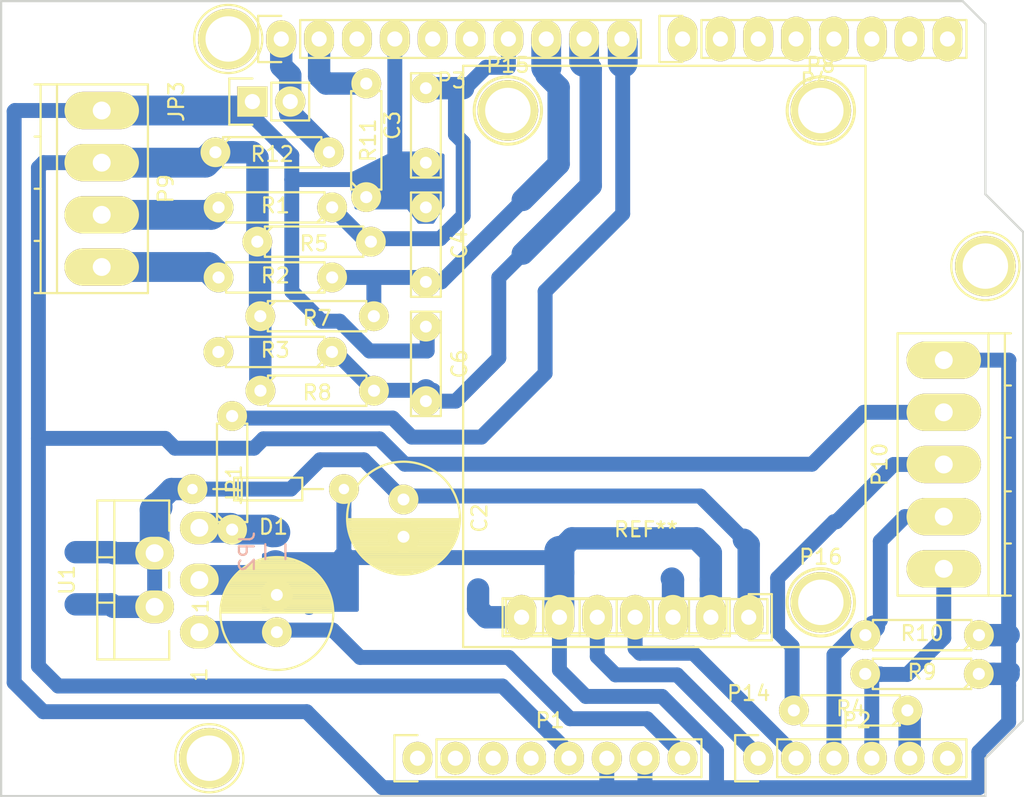
<source format=kicad_pcb>
(kicad_pcb (version 4) (host pcbnew 4.0.1-stable)

  (general
    (links 57)
    (no_connects 2)
    (area 110.922999 72.949999 179.653001 126.440001)
    (thickness 1.6)
    (drawings 9)
    (tracks 255)
    (zones 0)
    (modules 35)
    (nets 19)
  )

  (page A4)
  (title_block
    (date "lun. 30 mars 2015")
  )

  (layers
    (0 F.Cu signal)
    (31 B.Cu mixed)
    (33 F.Adhes user)
    (35 F.Paste user)
    (37 F.SilkS user)
    (39 F.Mask user)
    (40 Dwgs.User user)
    (41 Cmts.User user)
    (42 Eco1.User user)
    (43 Eco2.User user)
    (44 Edge.Cuts user)
    (45 Margin user)
    (47 F.CrtYd user)
    (49 F.Fab user hide)
  )

  (setup
    (last_trace_width 1)
    (user_trace_width 0.5)
    (user_trace_width 1)
    (user_trace_width 1.5)
    (user_trace_width 2)
    (user_trace_width 2.5)
    (trace_clearance 0.3)
    (zone_clearance 0.5)
    (zone_45_only yes)
    (trace_min 0.2)
    (segment_width 0.15)
    (edge_width 0.15)
    (via_size 0.6)
    (via_drill 0.4)
    (via_min_size 0.4)
    (via_min_drill 0.3)
    (user_via 1 0.8)
    (uvia_size 0.3)
    (uvia_drill 0.1)
    (uvias_allowed no)
    (uvia_min_size 0.2)
    (uvia_min_drill 0.1)
    (pcb_text_width 0.3)
    (pcb_text_size 1.5 1.5)
    (mod_edge_width 0.15)
    (mod_text_size 1 1)
    (mod_text_width 0.15)
    (pad_size 2.5 5)
    (pad_drill 1.2)
    (pad_to_mask_clearance 0)
    (aux_axis_origin 110.998 126.365)
    (grid_origin 110.998 126.365)
    (visible_elements 7FFFFFFF)
    (pcbplotparams
      (layerselection 0x00030_80000001)
      (usegerberextensions false)
      (excludeedgelayer true)
      (linewidth 0.100000)
      (plotframeref false)
      (viasonmask false)
      (mode 1)
      (useauxorigin false)
      (hpglpennumber 1)
      (hpglpenspeed 20)
      (hpglpendiameter 15)
      (hpglpenoverlay 2)
      (psnegative false)
      (psa4output false)
      (plotreference true)
      (plotvalue true)
      (plotinvisibletext false)
      (padsonsilk false)
      (subtractmaskfromsilk false)
      (outputformat 1)
      (mirror false)
      (drillshape 1)
      (scaleselection 1)
      (outputdirectory ""))
  )

  (net 0 "")
  (net 1 GND)
  (net 2 /Vin)
  (net 3 "/A4(SDA)")
  (net 4 "/A5(SCL)")
  (net 5 "/9(**)")
  (net 6 "/10(**/SS)")
  (net 7 "/11(**/MOSI)")
  (net 8 +5V)
  (net 9 /A0)
  (net 10 /A1)
  (net 11 /A2)
  (net 12 /A3)
  (net 13 /8)
  (net 14 "Net-(P9-Pad3)")
  (net 15 "Net-(P10-Pad3)")
  (net 16 VEE)
  (net 17 "Net-(JP1-Pad1)")
  (net 18 "Net-(P9-Pad4)")

  (net_class Default "This is the default net class."
    (clearance 0.3)
    (trace_width 1)
    (via_dia 0.6)
    (via_drill 0.4)
    (uvia_dia 0.3)
    (uvia_drill 0.1)
    (add_net +5V)
    (add_net "/10(**/SS)")
    (add_net "/11(**/MOSI)")
    (add_net /8)
    (add_net "/9(**)")
    (add_net /A0)
    (add_net /A1)
    (add_net /A2)
    (add_net /A3)
    (add_net "/A4(SDA)")
    (add_net "/A5(SCL)")
    (add_net /Vin)
    (add_net GND)
    (add_net "Net-(JP1-Pad1)")
    (add_net "Net-(P10-Pad3)")
    (add_net "Net-(P9-Pad3)")
    (add_net "Net-(P9-Pad4)")
    (add_net VEE)
  )

  (module Terminal_Blocks:TerminalBlock_Pheonix_PT-3.5mm_4pol (layer F.Cu) (tedit 56B5B697) (tstamp 56B5C11D)
    (at 117.748 80.365 270)
    (descr "4-way 3.5mm pitch terminal block, Phoenix PT series")
    (path /5678F854)
    (fp_text reference P9 (at 5.25 -4.3 270) (layer F.SilkS)
      (effects (font (size 1 1) (thickness 0.15)))
    )
    (fp_text value CONN_01X05 (at 5.25 6 270) (layer F.Fab)
      (effects (font (size 1 1) (thickness 0.15)))
    )
    (fp_line (start -1.9 -3.3) (end 12.4 -3.3) (layer F.CrtYd) (width 0.05))
    (fp_line (start -1.9 4.7) (end -1.9 -3.3) (layer F.CrtYd) (width 0.05))
    (fp_line (start 12.4 4.7) (end -1.9 4.7) (layer F.CrtYd) (width 0.05))
    (fp_line (start 12.4 -3.3) (end 12.4 4.7) (layer F.CrtYd) (width 0.05))
    (fp_line (start 1.75 4.1) (end 1.75 4.5) (layer F.SilkS) (width 0.15))
    (fp_line (start 5.25 4.1) (end 5.25 4.5) (layer F.SilkS) (width 0.15))
    (fp_line (start 8.75 4.1) (end 8.75 4.5) (layer F.SilkS) (width 0.15))
    (fp_line (start -1.75 3) (end 12.25 3) (layer F.SilkS) (width 0.15))
    (fp_line (start -1.75 4.1) (end 12.25 4.1) (layer F.SilkS) (width 0.15))
    (fp_line (start -1.75 -3.1) (end -1.75 4.5) (layer F.SilkS) (width 0.15))
    (fp_line (start 12.25 4.5) (end 12.25 -3.1) (layer F.SilkS) (width 0.15))
    (fp_line (start 12.25 -3.1) (end -1.75 -3.1) (layer F.SilkS) (width 0.15))
    (pad 3 thru_hole oval (at 7 0 270) (size 2.5 5) (drill 1.2) (layers *.Cu *.Mask F.SilkS)
      (net 14 "Net-(P9-Pad3)"))
    (pad 4 thru_hole oval (at 10.5 0 270) (size 2.5 5) (drill 1.2) (layers *.Cu *.Mask F.SilkS)
      (net 18 "Net-(P9-Pad4)"))
    (pad 2 thru_hole oval (at 3.5 0 270) (size 2.5 5) (drill 1.2) (layers *.Cu *.Mask F.SilkS)
      (net 8 +5V))
    (pad 1 thru_hole oval (at 0 0 270) (size 2.5 5) (drill 1.2) (layers *.Cu *.Mask F.SilkS)
      (net 1 GND))
    (model Terminal_Blocks.3dshapes/TerminalBlock_Pheonix_PT-3.5mm_4pol.wrl
      (at (xyz 0 0 0))
      (scale (xyz 1 1 1))
      (rotate (xyz 0 0 0))
    )
  )

  (module Capacitors_ThroughHole:C_Radial_D7.5_L11.2_P2.5 placed (layer F.Cu) (tedit 56B45079) (tstamp 5677E4A3)
    (at 137.998 106.465 270)
    (descr "Radial Electrolytic Capacitor Diameter 7.5mm x Length 11.2mm, Pitch 2.5mm")
    (tags "Electrolytic Capacitor")
    (path /56782775)
    (fp_text reference C2 (at 1.25 -5.1 270) (layer F.SilkS)
      (effects (font (size 1 1) (thickness 0.15)))
    )
    (fp_text value 470uF (at 1.25 5.1 270) (layer F.Fab)
      (effects (font (size 1 1) (thickness 0.15)))
    )
    (fp_line (start 1.325 -3.749) (end 1.325 3.749) (layer F.SilkS) (width 0.15))
    (fp_line (start 1.465 -3.744) (end 1.465 3.744) (layer F.SilkS) (width 0.15))
    (fp_line (start 1.605 -3.733) (end 1.605 -0.446) (layer F.SilkS) (width 0.15))
    (fp_line (start 1.605 0.446) (end 1.605 3.733) (layer F.SilkS) (width 0.15))
    (fp_line (start 1.745 -3.717) (end 1.745 -0.656) (layer F.SilkS) (width 0.15))
    (fp_line (start 1.745 0.656) (end 1.745 3.717) (layer F.SilkS) (width 0.15))
    (fp_line (start 1.885 -3.696) (end 1.885 -0.789) (layer F.SilkS) (width 0.15))
    (fp_line (start 1.885 0.789) (end 1.885 3.696) (layer F.SilkS) (width 0.15))
    (fp_line (start 2.025 -3.669) (end 2.025 -0.88) (layer F.SilkS) (width 0.15))
    (fp_line (start 2.025 0.88) (end 2.025 3.669) (layer F.SilkS) (width 0.15))
    (fp_line (start 2.165 -3.637) (end 2.165 -0.942) (layer F.SilkS) (width 0.15))
    (fp_line (start 2.165 0.942) (end 2.165 3.637) (layer F.SilkS) (width 0.15))
    (fp_line (start 2.305 -3.599) (end 2.305 -0.981) (layer F.SilkS) (width 0.15))
    (fp_line (start 2.305 0.981) (end 2.305 3.599) (layer F.SilkS) (width 0.15))
    (fp_line (start 2.445 -3.555) (end 2.445 -0.998) (layer F.SilkS) (width 0.15))
    (fp_line (start 2.445 0.998) (end 2.445 3.555) (layer F.SilkS) (width 0.15))
    (fp_line (start 2.585 -3.504) (end 2.585 -0.996) (layer F.SilkS) (width 0.15))
    (fp_line (start 2.585 0.996) (end 2.585 3.504) (layer F.SilkS) (width 0.15))
    (fp_line (start 2.725 -3.448) (end 2.725 -0.974) (layer F.SilkS) (width 0.15))
    (fp_line (start 2.725 0.974) (end 2.725 3.448) (layer F.SilkS) (width 0.15))
    (fp_line (start 2.865 -3.384) (end 2.865 -0.931) (layer F.SilkS) (width 0.15))
    (fp_line (start 2.865 0.931) (end 2.865 3.384) (layer F.SilkS) (width 0.15))
    (fp_line (start 3.005 -3.314) (end 3.005 -0.863) (layer F.SilkS) (width 0.15))
    (fp_line (start 3.005 0.863) (end 3.005 3.314) (layer F.SilkS) (width 0.15))
    (fp_line (start 3.145 -3.236) (end 3.145 -0.764) (layer F.SilkS) (width 0.15))
    (fp_line (start 3.145 0.764) (end 3.145 3.236) (layer F.SilkS) (width 0.15))
    (fp_line (start 3.285 -3.15) (end 3.285 -0.619) (layer F.SilkS) (width 0.15))
    (fp_line (start 3.285 0.619) (end 3.285 3.15) (layer F.SilkS) (width 0.15))
    (fp_line (start 3.425 -3.055) (end 3.425 -0.38) (layer F.SilkS) (width 0.15))
    (fp_line (start 3.425 0.38) (end 3.425 3.055) (layer F.SilkS) (width 0.15))
    (fp_line (start 3.565 -2.95) (end 3.565 2.95) (layer F.SilkS) (width 0.15))
    (fp_line (start 3.705 -2.835) (end 3.705 2.835) (layer F.SilkS) (width 0.15))
    (fp_line (start 3.845 -2.707) (end 3.845 2.707) (layer F.SilkS) (width 0.15))
    (fp_line (start 3.985 -2.566) (end 3.985 2.566) (layer F.SilkS) (width 0.15))
    (fp_line (start 4.125 -2.408) (end 4.125 2.408) (layer F.SilkS) (width 0.15))
    (fp_line (start 4.265 -2.23) (end 4.265 2.23) (layer F.SilkS) (width 0.15))
    (fp_line (start 4.405 -2.027) (end 4.405 2.027) (layer F.SilkS) (width 0.15))
    (fp_line (start 4.545 -1.79) (end 4.545 1.79) (layer F.SilkS) (width 0.15))
    (fp_line (start 4.685 -1.504) (end 4.685 1.504) (layer F.SilkS) (width 0.15))
    (fp_line (start 4.825 -1.132) (end 4.825 1.132) (layer F.SilkS) (width 0.15))
    (fp_line (start 4.965 -0.511) (end 4.965 0.511) (layer F.SilkS) (width 0.15))
    (fp_circle (center 2.5 0) (end 2.5 -1) (layer F.SilkS) (width 0.15))
    (fp_circle (center 1.25 0) (end 1.25 -3.7875) (layer F.SilkS) (width 0.15))
    (fp_circle (center 1.25 0) (end 1.25 -4.1) (layer F.CrtYd) (width 0.05))
    (pad 2 thru_hole circle (at 2.5 0 270) (size 2 2) (drill 0.8) (layers *.Cu *.Mask F.SilkS)
      (net 1 GND))
    (pad 1 thru_hole circle (at 0 0 270) (size 2 2) (drill 0.8) (layers *.Cu *.Mask F.SilkS)
      (net 16 VEE))
    (model Capacitors_ThroughHole.3dshapes/C_Radial_D7.5_L11.2_P2.5.wrl
      (at (xyz 0 0 0))
      (scale (xyz 1 1 1))
      (rotate (xyz 0 0 0))
    )
  )

  (module Capacitors_ThroughHole:C_Radial_D7.5_L11.2_P2.5 placed (layer F.Cu) (tedit 0) (tstamp 5677E49D)
    (at 129.498 115.365 90)
    (descr "Radial Electrolytic Capacitor Diameter 7.5mm x Length 11.2mm, Pitch 2.5mm")
    (tags "Electrolytic Capacitor")
    (path /5677D052)
    (fp_text reference C1 (at 1.25 -5.1 90) (layer F.SilkS)
      (effects (font (size 1 1) (thickness 0.15)))
    )
    (fp_text value 470uF (at 1.25 5.1 90) (layer F.Fab)
      (effects (font (size 1 1) (thickness 0.15)))
    )
    (fp_line (start 1.325 -3.749) (end 1.325 3.749) (layer F.SilkS) (width 0.15))
    (fp_line (start 1.465 -3.744) (end 1.465 3.744) (layer F.SilkS) (width 0.15))
    (fp_line (start 1.605 -3.733) (end 1.605 -0.446) (layer F.SilkS) (width 0.15))
    (fp_line (start 1.605 0.446) (end 1.605 3.733) (layer F.SilkS) (width 0.15))
    (fp_line (start 1.745 -3.717) (end 1.745 -0.656) (layer F.SilkS) (width 0.15))
    (fp_line (start 1.745 0.656) (end 1.745 3.717) (layer F.SilkS) (width 0.15))
    (fp_line (start 1.885 -3.696) (end 1.885 -0.789) (layer F.SilkS) (width 0.15))
    (fp_line (start 1.885 0.789) (end 1.885 3.696) (layer F.SilkS) (width 0.15))
    (fp_line (start 2.025 -3.669) (end 2.025 -0.88) (layer F.SilkS) (width 0.15))
    (fp_line (start 2.025 0.88) (end 2.025 3.669) (layer F.SilkS) (width 0.15))
    (fp_line (start 2.165 -3.637) (end 2.165 -0.942) (layer F.SilkS) (width 0.15))
    (fp_line (start 2.165 0.942) (end 2.165 3.637) (layer F.SilkS) (width 0.15))
    (fp_line (start 2.305 -3.599) (end 2.305 -0.981) (layer F.SilkS) (width 0.15))
    (fp_line (start 2.305 0.981) (end 2.305 3.599) (layer F.SilkS) (width 0.15))
    (fp_line (start 2.445 -3.555) (end 2.445 -0.998) (layer F.SilkS) (width 0.15))
    (fp_line (start 2.445 0.998) (end 2.445 3.555) (layer F.SilkS) (width 0.15))
    (fp_line (start 2.585 -3.504) (end 2.585 -0.996) (layer F.SilkS) (width 0.15))
    (fp_line (start 2.585 0.996) (end 2.585 3.504) (layer F.SilkS) (width 0.15))
    (fp_line (start 2.725 -3.448) (end 2.725 -0.974) (layer F.SilkS) (width 0.15))
    (fp_line (start 2.725 0.974) (end 2.725 3.448) (layer F.SilkS) (width 0.15))
    (fp_line (start 2.865 -3.384) (end 2.865 -0.931) (layer F.SilkS) (width 0.15))
    (fp_line (start 2.865 0.931) (end 2.865 3.384) (layer F.SilkS) (width 0.15))
    (fp_line (start 3.005 -3.314) (end 3.005 -0.863) (layer F.SilkS) (width 0.15))
    (fp_line (start 3.005 0.863) (end 3.005 3.314) (layer F.SilkS) (width 0.15))
    (fp_line (start 3.145 -3.236) (end 3.145 -0.764) (layer F.SilkS) (width 0.15))
    (fp_line (start 3.145 0.764) (end 3.145 3.236) (layer F.SilkS) (width 0.15))
    (fp_line (start 3.285 -3.15) (end 3.285 -0.619) (layer F.SilkS) (width 0.15))
    (fp_line (start 3.285 0.619) (end 3.285 3.15) (layer F.SilkS) (width 0.15))
    (fp_line (start 3.425 -3.055) (end 3.425 -0.38) (layer F.SilkS) (width 0.15))
    (fp_line (start 3.425 0.38) (end 3.425 3.055) (layer F.SilkS) (width 0.15))
    (fp_line (start 3.565 -2.95) (end 3.565 2.95) (layer F.SilkS) (width 0.15))
    (fp_line (start 3.705 -2.835) (end 3.705 2.835) (layer F.SilkS) (width 0.15))
    (fp_line (start 3.845 -2.707) (end 3.845 2.707) (layer F.SilkS) (width 0.15))
    (fp_line (start 3.985 -2.566) (end 3.985 2.566) (layer F.SilkS) (width 0.15))
    (fp_line (start 4.125 -2.408) (end 4.125 2.408) (layer F.SilkS) (width 0.15))
    (fp_line (start 4.265 -2.23) (end 4.265 2.23) (layer F.SilkS) (width 0.15))
    (fp_line (start 4.405 -2.027) (end 4.405 2.027) (layer F.SilkS) (width 0.15))
    (fp_line (start 4.545 -1.79) (end 4.545 1.79) (layer F.SilkS) (width 0.15))
    (fp_line (start 4.685 -1.504) (end 4.685 1.504) (layer F.SilkS) (width 0.15))
    (fp_line (start 4.825 -1.132) (end 4.825 1.132) (layer F.SilkS) (width 0.15))
    (fp_line (start 4.965 -0.511) (end 4.965 0.511) (layer F.SilkS) (width 0.15))
    (fp_circle (center 2.5 0) (end 2.5 -1) (layer F.SilkS) (width 0.15))
    (fp_circle (center 1.25 0) (end 1.25 -3.7875) (layer F.SilkS) (width 0.15))
    (fp_circle (center 1.25 0) (end 1.25 -4.1) (layer F.CrtYd) (width 0.05))
    (pad 2 thru_hole circle (at 2.5 0 90) (size 2 2) (drill 0.8) (layers *.Cu *.Mask F.SilkS)
      (net 1 GND))
    (pad 1 thru_hole circle (at 0 0 90) (size 2 2) (drill 0.8) (layers *.Cu *.Mask F.SilkS)
      (net 2 /Vin))
    (model Capacitors_ThroughHole.3dshapes/C_Radial_D7.5_L11.2_P2.5.wrl
      (at (xyz 0 0 0))
      (scale (xyz 1 1 1))
      (rotate (xyz 0 0 0))
    )
  )

  (module TO_SOT_Packages_THT:Pentawatt_Neutral_Staggered_Verical_TO220-5-T05D (layer F.Cu) (tedit 56B44DD8) (tstamp 56B1B4D6)
    (at 120.498 111.865 90)
    (descr "Pentawatt, Neutral, Staggered, Verical, TO220-5, T05D,")
    (tags "Pentawatt, Neutral, Staggered, Verical, TO220-5, T05D,")
    (path /5677C619)
    (fp_text reference U1 (at 0 -5.08 90) (layer F.SilkS)
      (effects (font (size 1 1) (thickness 0.15)))
    )
    (fp_text value LM2567T-5 (at 1.27 7.62 90) (layer F.Fab)
      (effects (font (size 1 1) (thickness 0.15)))
    )
    (fp_text user 1 (at -6.35 3.81 90) (layer F.SilkS)
      (effects (font (size 1 1) (thickness 0.15)))
    )
    (fp_line (start 3.302 1.778) (end 5.334 1.778) (layer F.SilkS) (width 0.15))
    (fp_line (start -0.508 1.778) (end 0.508 1.778) (layer F.SilkS) (width 0.15))
    (fp_line (start -5.334 1.778) (end -3.429 1.778) (layer F.SilkS) (width 0.15))
    (fp_line (start -1.524 -3.048) (end -1.524 -1.905) (layer F.SilkS) (width 0.15))
    (fp_line (start 1.524 -3.048) (end 1.524 -1.905) (layer F.SilkS) (width 0.15))
    (fp_line (start 5.334 -1.905) (end 5.334 1.778) (layer F.SilkS) (width 0.15))
    (fp_line (start -5.334 1.778) (end -5.334 -1.905) (layer F.SilkS) (width 0.15))
    (fp_line (start 5.334 -3.048) (end 5.334 -1.905) (layer F.SilkS) (width 0.15))
    (fp_line (start 5.334 -1.905) (end -5.334 -1.905) (layer F.SilkS) (width 0.15))
    (fp_line (start -5.334 -1.905) (end -5.334 -3.048) (layer F.SilkS) (width 0.15))
    (fp_line (start 0 -3.048) (end -5.334 -3.048) (layer F.SilkS) (width 0.15))
    (fp_line (start 0 -3.048) (end 5.334 -3.048) (layer F.SilkS) (width 0.15))
    (pad 3 thru_hole oval (at 0 3.79984 180) (size 2.6 2.2) (drill 1.19888) (layers *.Cu *.Mask F.SilkS)
      (net 1 GND))
    (pad 1 thru_hole oval (at -3.50012 3.79984 180) (size 2.6 2.2) (drill 1.19888) (layers *.Cu *.Mask F.SilkS)
      (net 2 /Vin))
    (pad 5 thru_hole oval (at 3.50012 3.79984 180) (size 2.6 2.2) (drill 1.19888) (layers *.Cu *.Mask F.SilkS)
      (net 17 "Net-(JP1-Pad1)"))
    (pad 4 thru_hole oval (at 1.80086 0.8001 180) (size 2.6 2.2) (drill 1.19888) (layers *.Cu *.Mask F.SilkS)
      (net 16 VEE))
    (pad 2 thru_hole oval (at -1.80086 0.8001 180) (size 2.6 2.2) (drill 1.19888) (layers *.Cu *.Mask F.SilkS)
      (net 16 VEE))
    (model TO_SOT_Packages_THT.3dshapes/Pentawatt_Neutral_Staggered_Verical_TO220-5-T05D.wrl
      (at (xyz 0 0 0))
      (scale (xyz 0.3937 0.3937 0.3937))
      (rotate (xyz 0 0 0))
    )
  )

  (module Socket_Strips:Socket_Strip_Straight_1x07 placed (layer F.Cu) (tedit 56B441FD) (tstamp 5677EE83)
    (at 161.158 114.365 180)
    (descr "Through hole socket strip")
    (tags "socket strip")
    (path /5677DC25)
    (fp_text reference P14 (at 0 -5.1 180) (layer F.SilkS)
      (effects (font (size 1 1) (thickness 0.15)))
    )
    (fp_text value CONN_01X07 (at 0 -3.1 180) (layer F.Fab)
      (effects (font (size 1 1) (thickness 0.15)))
    )
    (fp_line (start -1.75 -1.75) (end -1.75 1.75) (layer F.CrtYd) (width 0.05))
    (fp_line (start 17 -1.75) (end 17 1.75) (layer F.CrtYd) (width 0.05))
    (fp_line (start -1.75 -1.75) (end 17 -1.75) (layer F.CrtYd) (width 0.05))
    (fp_line (start -1.75 1.75) (end 17 1.75) (layer F.CrtYd) (width 0.05))
    (fp_line (start 1.27 1.27) (end 16.51 1.27) (layer F.SilkS) (width 0.15))
    (fp_line (start 16.51 1.27) (end 16.51 -1.27) (layer F.SilkS) (width 0.15))
    (fp_line (start 16.51 -1.27) (end 1.27 -1.27) (layer F.SilkS) (width 0.15))
    (fp_line (start -1.55 1.55) (end 0 1.55) (layer F.SilkS) (width 0.15))
    (fp_line (start 1.27 1.27) (end 1.27 -1.27) (layer F.SilkS) (width 0.15))
    (fp_line (start 0 -1.55) (end -1.55 -1.55) (layer F.SilkS) (width 0.15))
    (fp_line (start -1.55 -1.55) (end -1.55 1.55) (layer F.SilkS) (width 0.15))
    (pad 1 thru_hole oval (at 0 0 180) (size 2 3) (drill 1.016) (layers *.Cu *.Mask F.SilkS)
      (net 16 VEE))
    (pad 2 thru_hole oval (at 2.54 0 180) (size 2 3) (drill 1.016) (layers *.Cu *.Mask F.SilkS)
      (net 1 GND))
    (pad 3 thru_hole oval (at 5.08 0 180) (size 2 3) (drill 1.016) (layers *.Cu *.Mask F.SilkS))
    (pad 4 thru_hole oval (at 7.62 0 180) (size 2 3) (drill 1.016) (layers *.Cu *.Mask F.SilkS)
      (net 10 /A1))
    (pad 5 thru_hole oval (at 10.16 0 180) (size 2 3) (drill 1.016) (layers *.Cu *.Mask F.SilkS)
      (net 9 /A0))
    (pad 6 thru_hole oval (at 12.7 0 180) (size 2 3) (drill 1.016) (layers *.Cu *.Mask F.SilkS)
      (net 1 GND))
    (pad 7 thru_hole oval (at 15.24 0 180) (size 2 3) (drill 1.016) (layers *.Cu *.Mask F.SilkS))
    (model Socket_Strips.3dshapes/Socket_Strip_Straight_1x07.wrl
      (at (xyz 0.3 0 0))
      (scale (xyz 1 1 1))
      (rotate (xyz 0 0 180))
    )
  )

  (module Socket_Arduino_Uno:Socket_Strip_Arduino_1x08 locked (layer F.Cu) (tedit 56B442CB) (tstamp 551AF9EA)
    (at 138.938 123.825)
    (descr "Through hole socket strip")
    (tags "socket strip")
    (path /5517C2C1)
    (fp_text reference P1 (at 8.89 -2.54) (layer F.SilkS)
      (effects (font (size 1 1) (thickness 0.15)))
    )
    (fp_text value Power (at 8.89 -4.064) (layer F.Fab)
      (effects (font (size 1 1) (thickness 0.15)))
    )
    (fp_line (start -1.75 -1.75) (end -1.75 1.75) (layer F.CrtYd) (width 0.05))
    (fp_line (start 19.55 -1.75) (end 19.55 1.75) (layer F.CrtYd) (width 0.05))
    (fp_line (start -1.75 -1.75) (end 19.55 -1.75) (layer F.CrtYd) (width 0.05))
    (fp_line (start -1.75 1.75) (end 19.55 1.75) (layer F.CrtYd) (width 0.05))
    (fp_line (start 1.27 1.27) (end 19.05 1.27) (layer F.SilkS) (width 0.15))
    (fp_line (start 19.05 1.27) (end 19.05 -1.27) (layer F.SilkS) (width 0.15))
    (fp_line (start 19.05 -1.27) (end 1.27 -1.27) (layer F.SilkS) (width 0.15))
    (fp_line (start -1.55 1.55) (end 0 1.55) (layer F.SilkS) (width 0.15))
    (fp_line (start 1.27 1.27) (end 1.27 -1.27) (layer F.SilkS) (width 0.15))
    (fp_line (start 0 -1.55) (end -1.55 -1.55) (layer F.SilkS) (width 0.15))
    (fp_line (start -1.55 -1.55) (end -1.55 1.55) (layer F.SilkS) (width 0.15))
    (pad 1 thru_hole oval (at 0 0) (size 2 2.2) (drill 1.016) (layers *.Cu *.Mask F.SilkS))
    (pad 2 thru_hole oval (at 2.54 0) (size 2 2.2) (drill 1.016) (layers *.Cu *.Mask F.SilkS))
    (pad 3 thru_hole oval (at 5.08 0) (size 2 2.2) (drill 1.016) (layers *.Cu *.Mask F.SilkS))
    (pad 4 thru_hole oval (at 7.62 0) (size 2 2.2) (drill 1.016) (layers *.Cu *.Mask F.SilkS))
    (pad 5 thru_hole oval (at 10.16 0) (size 2 2.2) (drill 1.016) (layers *.Cu *.Mask F.SilkS)
      (net 8 +5V))
    (pad 6 thru_hole oval (at 12.7 0) (size 2 2.2) (drill 1.016) (layers *.Cu *.Mask F.SilkS)
      (net 1 GND))
    (pad 7 thru_hole oval (at 15.24 0) (size 2 2.2) (drill 1.016) (layers *.Cu *.Mask F.SilkS)
      (net 1 GND))
    (pad 8 thru_hole oval (at 17.78 0) (size 2 2.2) (drill 1.016) (layers *.Cu *.Mask F.SilkS)
      (net 2 /Vin))
    (model ${KIPRJMOD}/Socket_Arduino_Uno.3dshapes/Socket_header_Arduino_1x08.wrl
      (at (xyz 0.35 0 0))
      (scale (xyz 1 1 1))
      (rotate (xyz 0 0 180))
    )
  )

  (module Socket_Arduino_Uno:Socket_Strip_Arduino_1x06 locked (layer F.Cu) (tedit 56B442EC) (tstamp 551AF9FF)
    (at 161.798 123.825)
    (descr "Through hole socket strip")
    (tags "socket strip")
    (path /5517C323)
    (fp_text reference P2 (at 6.604 -2.54) (layer F.SilkS)
      (effects (font (size 1 1) (thickness 0.15)))
    )
    (fp_text value Analog (at 6.604 -4.064) (layer F.Fab)
      (effects (font (size 1 1) (thickness 0.15)))
    )
    (fp_line (start -1.75 -1.75) (end -1.75 1.75) (layer F.CrtYd) (width 0.05))
    (fp_line (start 14.45 -1.75) (end 14.45 1.75) (layer F.CrtYd) (width 0.05))
    (fp_line (start -1.75 -1.75) (end 14.45 -1.75) (layer F.CrtYd) (width 0.05))
    (fp_line (start -1.75 1.75) (end 14.45 1.75) (layer F.CrtYd) (width 0.05))
    (fp_line (start 1.27 1.27) (end 13.97 1.27) (layer F.SilkS) (width 0.15))
    (fp_line (start 13.97 1.27) (end 13.97 -1.27) (layer F.SilkS) (width 0.15))
    (fp_line (start 13.97 -1.27) (end 1.27 -1.27) (layer F.SilkS) (width 0.15))
    (fp_line (start -1.55 1.55) (end 0 1.55) (layer F.SilkS) (width 0.15))
    (fp_line (start 1.27 1.27) (end 1.27 -1.27) (layer F.SilkS) (width 0.15))
    (fp_line (start 0 -1.55) (end -1.55 -1.55) (layer F.SilkS) (width 0.15))
    (fp_line (start -1.55 -1.55) (end -1.55 1.55) (layer F.SilkS) (width 0.15))
    (pad 1 thru_hole oval (at 0 0) (size 2 2.2) (drill 1.016) (layers *.Cu *.Mask F.SilkS)
      (net 9 /A0))
    (pad 2 thru_hole oval (at 2.54 0) (size 2 2.2) (drill 1.016) (layers *.Cu *.Mask F.SilkS)
      (net 10 /A1))
    (pad 3 thru_hole oval (at 5.08 0) (size 2 2.2) (drill 1.016) (layers *.Cu *.Mask F.SilkS)
      (net 11 /A2))
    (pad 4 thru_hole oval (at 7.62 0) (size 2 2.2) (drill 1.016) (layers *.Cu *.Mask F.SilkS)
      (net 12 /A3))
    (pad 5 thru_hole oval (at 10.16 0) (size 2 2.2) (drill 1.016) (layers *.Cu *.Mask F.SilkS)
      (net 3 "/A4(SDA)"))
    (pad 6 thru_hole oval (at 12.7 0) (size 2 2.2) (drill 1.016) (layers *.Cu *.Mask F.SilkS)
      (net 4 "/A5(SCL)"))
    (model ${KIPRJMOD}/Socket_Arduino_Uno.3dshapes/Socket_header_Arduino_1x06.wrl
      (at (xyz 0.25 0 0))
      (scale (xyz 1 1 1))
      (rotate (xyz 0 0 180))
    )
  )

  (module Socket_Arduino_Uno:Socket_Strip_Arduino_1x10 locked (layer F.Cu) (tedit 56B4442E) (tstamp 551AFA18)
    (at 129.794 75.565)
    (descr "Through hole socket strip")
    (tags "socket strip")
    (path /5517C46C)
    (fp_text reference P3 (at 11.43 2.794) (layer F.SilkS)
      (effects (font (size 1 1) (thickness 0.15)))
    )
    (fp_text value Digital (at 11.43 4.318) (layer F.Fab)
      (effects (font (size 1 1) (thickness 0.15)))
    )
    (fp_line (start -1.75 -1.75) (end -1.75 1.75) (layer F.CrtYd) (width 0.05))
    (fp_line (start 24.65 -1.75) (end 24.65 1.75) (layer F.CrtYd) (width 0.05))
    (fp_line (start -1.75 -1.75) (end 24.65 -1.75) (layer F.CrtYd) (width 0.05))
    (fp_line (start -1.75 1.75) (end 24.65 1.75) (layer F.CrtYd) (width 0.05))
    (fp_line (start 1.27 1.27) (end 24.13 1.27) (layer F.SilkS) (width 0.15))
    (fp_line (start 24.13 1.27) (end 24.13 -1.27) (layer F.SilkS) (width 0.15))
    (fp_line (start 24.13 -1.27) (end 1.27 -1.27) (layer F.SilkS) (width 0.15))
    (fp_line (start -1.55 1.55) (end 0 1.55) (layer F.SilkS) (width 0.15))
    (fp_line (start 1.27 1.27) (end 1.27 -1.27) (layer F.SilkS) (width 0.15))
    (fp_line (start 0 -1.55) (end -1.55 -1.55) (layer F.SilkS) (width 0.15))
    (fp_line (start -1.55 -1.55) (end -1.55 1.55) (layer F.SilkS) (width 0.15))
    (pad 1 thru_hole oval (at 0 0) (size 2 2.5) (drill 1.016) (layers *.Cu *.Mask F.SilkS)
      (net 4 "/A5(SCL)"))
    (pad 2 thru_hole oval (at 2.54 0) (size 2 2.5) (drill 1.016) (layers *.Cu *.Mask F.SilkS)
      (net 3 "/A4(SDA)"))
    (pad 3 thru_hole oval (at 5.08 0) (size 2 2.5) (drill 1.016) (layers *.Cu *.Mask F.SilkS))
    (pad 4 thru_hole oval (at 7.62 0) (size 2 2.5) (drill 1.016) (layers *.Cu *.Mask F.SilkS)
      (net 1 GND))
    (pad 5 thru_hole oval (at 10.16 0) (size 2 2.5) (drill 1.016) (layers *.Cu *.Mask F.SilkS))
    (pad 6 thru_hole oval (at 12.7 0) (size 2 2.5) (drill 1.016) (layers *.Cu *.Mask F.SilkS))
    (pad 7 thru_hole oval (at 15.24 0) (size 2 2.5) (drill 1.016) (layers *.Cu *.Mask F.SilkS)
      (net 7 "/11(**/MOSI)"))
    (pad 8 thru_hole oval (at 17.78 0) (size 2 2.5) (drill 1.016) (layers *.Cu *.Mask F.SilkS)
      (net 6 "/10(**/SS)"))
    (pad 9 thru_hole oval (at 20.32 0) (size 2 2.5) (drill 1.016) (layers *.Cu *.Mask F.SilkS)
      (net 5 "/9(**)"))
    (pad 10 thru_hole oval (at 22.86 0) (size 2 2.5) (drill 1.016) (layers *.Cu *.Mask F.SilkS)
      (net 13 /8))
    (model ${KIPRJMOD}/Socket_Arduino_Uno.3dshapes/Socket_header_Arduino_1x10.wrl
      (at (xyz 0.45 0 0))
      (scale (xyz 1 1 1))
      (rotate (xyz 0 0 180))
    )
  )

  (module Socket_Arduino_Uno:Socket_Strip_Arduino_1x08 locked (layer F.Cu) (tedit 56B4492E) (tstamp 551AFA2F)
    (at 156.718 75.565)
    (descr "Through hole socket strip")
    (tags "socket strip")
    (path /5517C366)
    (fp_text reference P4 (at 8.89 2.794) (layer F.SilkS)
      (effects (font (size 1 1) (thickness 0.15)))
    )
    (fp_text value Digital (at 8.89 4.318) (layer F.Fab)
      (effects (font (size 1 1) (thickness 0.15)))
    )
    (fp_line (start -1.75 -1.75) (end -1.75 1.75) (layer F.CrtYd) (width 0.05))
    (fp_line (start 19.55 -1.75) (end 19.55 1.75) (layer F.CrtYd) (width 0.05))
    (fp_line (start -1.75 -1.75) (end 19.55 -1.75) (layer F.CrtYd) (width 0.05))
    (fp_line (start -1.75 1.75) (end 19.55 1.75) (layer F.CrtYd) (width 0.05))
    (fp_line (start 1.27 1.27) (end 19.05 1.27) (layer F.SilkS) (width 0.15))
    (fp_line (start 19.05 1.27) (end 19.05 -1.27) (layer F.SilkS) (width 0.15))
    (fp_line (start 19.05 -1.27) (end 1.27 -1.27) (layer F.SilkS) (width 0.15))
    (fp_line (start -1.55 1.55) (end 0 1.55) (layer F.SilkS) (width 0.15))
    (fp_line (start 1.27 1.27) (end 1.27 -1.27) (layer F.SilkS) (width 0.15))
    (fp_line (start 0 -1.55) (end -1.55 -1.55) (layer F.SilkS) (width 0.15))
    (fp_line (start -1.55 -1.55) (end -1.55 1.55) (layer F.SilkS) (width 0.15))
    (pad 1 thru_hole oval (at 0 0) (size 2 3) (drill 1.016) (layers *.Cu *.Mask F.SilkS))
    (pad 2 thru_hole oval (at 2.54 0) (size 2 3) (drill 1.016) (layers *.Cu *.Mask F.SilkS))
    (pad 3 thru_hole oval (at 5.08 0) (size 2 3) (drill 1.016) (layers *.Cu *.Mask F.SilkS))
    (pad 4 thru_hole oval (at 7.62 0) (size 2 3) (drill 1.016) (layers *.Cu *.Mask F.SilkS))
    (pad 5 thru_hole oval (at 10.16 0) (size 2 3) (drill 1.016) (layers *.Cu *.Mask F.SilkS))
    (pad 6 thru_hole oval (at 12.7 0) (size 2 3) (drill 1.016) (layers *.Cu *.Mask F.SilkS))
    (pad 7 thru_hole oval (at 15.24 0) (size 2 3) (drill 1.016) (layers *.Cu *.Mask F.SilkS))
    (pad 8 thru_hole oval (at 17.78 0) (size 2 3) (drill 1.016) (layers *.Cu *.Mask F.SilkS))
    (model ${KIPRJMOD}/Socket_Arduino_Uno.3dshapes/Socket_header_Arduino_1x08.wrl
      (at (xyz 0.35 0 0))
      (scale (xyz 1 1 1))
      (rotate (xyz 0 0 180))
    )
  )

  (module Socket_Arduino_Uno:Arduino_1pin locked (layer F.Cu) (tedit 5524FC39) (tstamp 5524FC3F)
    (at 124.968 123.825)
    (descr "module 1 pin (ou trou mecanique de percage)")
    (tags DEV)
    (path /551BBC06)
    (fp_text reference P5 (at 0 -3.048) (layer F.SilkS) hide
      (effects (font (size 1 1) (thickness 0.15)))
    )
    (fp_text value CONN_1 (at 0 2.794) (layer F.Fab) hide
      (effects (font (size 1 1) (thickness 0.15)))
    )
    (fp_circle (center 0 0) (end 0 -2.286) (layer F.SilkS) (width 0.15))
    (pad 1 thru_hole circle (at 0 0) (size 4.064 4.064) (drill 3.048) (layers *.Cu *.Mask F.SilkS))
  )

  (module Socket_Arduino_Uno:Arduino_1pin locked (layer F.Cu) (tedit 5524FC4A) (tstamp 5524FC44)
    (at 126.238 75.565)
    (descr "module 1 pin (ou trou mecanique de percage)")
    (tags DEV)
    (path /551BBD10)
    (fp_text reference P6 (at 0 -3.048) (layer F.SilkS) hide
      (effects (font (size 1 1) (thickness 0.15)))
    )
    (fp_text value CONN_1 (at 0 2.794) (layer F.Fab) hide
      (effects (font (size 1 1) (thickness 0.15)))
    )
    (fp_circle (center 0 0) (end 0 -2.286) (layer F.SilkS) (width 0.15))
    (pad 1 thru_hole circle (at 0 0) (size 4.064 4.064) (drill 3.048) (layers *.Cu *.Mask F.SilkS))
  )

  (module Socket_Arduino_Uno:Arduino_1pin locked (layer F.Cu) (tedit 5524FC2F) (tstamp 5524FC49)
    (at 177.038 90.805)
    (descr "module 1 pin (ou trou mecanique de percage)")
    (tags DEV)
    (path /551BBD30)
    (fp_text reference P7 (at 0 -3.048) (layer F.SilkS) hide
      (effects (font (size 1 1) (thickness 0.15)))
    )
    (fp_text value CONN_1 (at 0 2.794) (layer F.Fab) hide
      (effects (font (size 1 1) (thickness 0.15)))
    )
    (fp_circle (center 0 0) (end 0 -2.286) (layer F.SilkS) (width 0.15))
    (pad 1 thru_hole circle (at 0 0) (size 4.064 4.064) (drill 3.048) (layers *.Cu *.Mask F.SilkS))
  )

  (module Capacitors_ThroughHole:C_Rect_L7_W2_P5 placed (layer F.Cu) (tedit 0) (tstamp 5677E4AF)
    (at 139.498 86.865 270)
    (descr "Film Capacitor Length 7 x Width 2mm, Pitch 5mm")
    (tags Capacitor)
    (path /5678B729)
    (fp_text reference C4 (at 2.5 -2.25 270) (layer F.SilkS)
      (effects (font (size 1 1) (thickness 0.15)))
    )
    (fp_text value 100n (at 2.5 2.5 270) (layer F.Fab)
      (effects (font (size 1 1) (thickness 0.15)))
    )
    (fp_line (start -1.25 -1.25) (end 6.25 -1.25) (layer F.CrtYd) (width 0.05))
    (fp_line (start 6.25 -1.25) (end 6.25 1.25) (layer F.CrtYd) (width 0.05))
    (fp_line (start 6.25 1.25) (end -1.25 1.25) (layer F.CrtYd) (width 0.05))
    (fp_line (start -1.25 1.25) (end -1.25 -1.25) (layer F.CrtYd) (width 0.05))
    (fp_line (start -1 -1) (end 6 -1) (layer F.SilkS) (width 0.15))
    (fp_line (start 6 -1) (end 6 1) (layer F.SilkS) (width 0.15))
    (fp_line (start 6 1) (end -1 1) (layer F.SilkS) (width 0.15))
    (fp_line (start -1 1) (end -1 -1) (layer F.SilkS) (width 0.15))
    (pad 1 thru_hole circle (at 0 0 270) (size 2 2) (drill 0.8) (layers *.Cu *.Mask F.SilkS)
      (net 1 GND))
    (pad 2 thru_hole circle (at 5 0 270) (size 2 2) (drill 0.8) (layers *.Cu *.Mask F.SilkS)
      (net 6 "/10(**/SS)"))
    (model Capacitors_ThroughHole.3dshapes/C_Rect_L7_W2_P5.wrl
      (at (xyz 0.098425 0 0))
      (scale (xyz 1 1 1))
      (rotate (xyz 0 0 0))
    )
  )

  (module Capacitors_ThroughHole:C_Rect_L7_W2_P5 placed (layer F.Cu) (tedit 0) (tstamp 5677E4BB)
    (at 139.498 94.865 270)
    (descr "Film Capacitor Length 7 x Width 2mm, Pitch 5mm")
    (tags Capacitor)
    (path /5678B7AA)
    (fp_text reference C6 (at 2.5 -2.25 270) (layer F.SilkS)
      (effects (font (size 1 1) (thickness 0.15)))
    )
    (fp_text value 100n (at 2.5 2.5 270) (layer F.Fab)
      (effects (font (size 1 1) (thickness 0.15)))
    )
    (fp_line (start -1.25 -1.25) (end 6.25 -1.25) (layer F.CrtYd) (width 0.05))
    (fp_line (start 6.25 -1.25) (end 6.25 1.25) (layer F.CrtYd) (width 0.05))
    (fp_line (start 6.25 1.25) (end -1.25 1.25) (layer F.CrtYd) (width 0.05))
    (fp_line (start -1.25 1.25) (end -1.25 -1.25) (layer F.CrtYd) (width 0.05))
    (fp_line (start -1 -1) (end 6 -1) (layer F.SilkS) (width 0.15))
    (fp_line (start 6 -1) (end 6 1) (layer F.SilkS) (width 0.15))
    (fp_line (start 6 1) (end -1 1) (layer F.SilkS) (width 0.15))
    (fp_line (start -1 1) (end -1 -1) (layer F.SilkS) (width 0.15))
    (pad 1 thru_hole circle (at 0 0 270) (size 2 2) (drill 0.8) (layers *.Cu *.Mask F.SilkS)
      (net 1 GND))
    (pad 2 thru_hole circle (at 5 0 270) (size 2 2) (drill 0.8) (layers *.Cu *.Mask F.SilkS)
      (net 5 "/9(**)"))
    (model Capacitors_ThroughHole.3dshapes/C_Rect_L7_W2_P5.wrl
      (at (xyz 0.098425 0 0))
      (scale (xyz 1 1 1))
      (rotate (xyz 0 0 0))
    )
  )

  (module Socket_Arduino_Uno:Arduino_1pin placed (layer F.Cu) (tedit 0) (tstamp 5677E4C1)
    (at 144.998 80.365)
    (descr "module 1 pin (ou trou mecanique de percage)")
    (tags DEV)
    (path /5678651A)
    (fp_text reference P15 (at 0 -3.048) (layer F.SilkS)
      (effects (font (size 1 1) (thickness 0.15)))
    )
    (fp_text value CONN_1 (at 0 2.794) (layer F.Fab)
      (effects (font (size 1 1) (thickness 0.15)))
    )
    (fp_circle (center 0 0) (end 0 -2.286) (layer F.SilkS) (width 0.15))
    (pad 1 thru_hole circle (at 0 0) (size 4.064 4.064) (drill 3.048) (layers *.Cu *.Mask F.SilkS))
  )

  (module Socket_Arduino_Uno:Arduino_1pin placed (layer F.Cu) (tedit 0) (tstamp 5677E4C7)
    (at 165.998 113.365)
    (descr "module 1 pin (ou trou mecanique de percage)")
    (tags DEV)
    (path /56786520)
    (fp_text reference P16 (at 0 -3.048) (layer F.SilkS)
      (effects (font (size 1 1) (thickness 0.15)))
    )
    (fp_text value CONN_1 (at 0 2.794) (layer F.Fab)
      (effects (font (size 1 1) (thickness 0.15)))
    )
    (fp_circle (center 0 0) (end 0 -2.286) (layer F.SilkS) (width 0.15))
    (pad 1 thru_hole circle (at 0 0) (size 4.064 4.064) (drill 3.048) (layers *.Cu *.Mask F.SilkS))
  )

  (module Diodes_ThroughHole:Diode_DO-35_SOD27_Horizontal_RM10 placed (layer F.Cu) (tedit 56B44E08) (tstamp 5677EE4C)
    (at 123.83748 105.76754)
    (descr "Diode, DO-35,  SOD27, Horizontal, RM 10mm")
    (tags "Diode, DO-35, SOD27, Horizontal, RM 10mm, 1N4148,")
    (path /5678237D)
    (fp_text reference D1 (at 5.43052 2.53746) (layer F.SilkS)
      (effects (font (size 1 1) (thickness 0.15)))
    )
    (fp_text value 1N5822 (at 4.41452 -3.55854) (layer F.Fab)
      (effects (font (size 1 1) (thickness 0.15)))
    )
    (fp_line (start 7.36652 -0.00254) (end 8.76352 -0.00254) (layer F.SilkS) (width 0.15))
    (fp_line (start 2.92152 -0.00254) (end 1.39752 -0.00254) (layer F.SilkS) (width 0.15))
    (fp_line (start 3.30252 -0.76454) (end 3.30252 0.75946) (layer F.SilkS) (width 0.15))
    (fp_line (start 3.04852 -0.76454) (end 3.04852 0.75946) (layer F.SilkS) (width 0.15))
    (fp_line (start 2.79452 -0.00254) (end 2.79452 0.75946) (layer F.SilkS) (width 0.15))
    (fp_line (start 2.79452 0.75946) (end 7.36652 0.75946) (layer F.SilkS) (width 0.15))
    (fp_line (start 7.36652 0.75946) (end 7.36652 -0.76454) (layer F.SilkS) (width 0.15))
    (fp_line (start 7.36652 -0.76454) (end 2.79452 -0.76454) (layer F.SilkS) (width 0.15))
    (fp_line (start 2.79452 -0.76454) (end 2.79452 -0.00254) (layer F.SilkS) (width 0.15))
    (pad 2 thru_hole circle (at 10.16052 -0.00254 180) (size 2 2) (drill 0.70104) (layers *.Cu *.Mask F.SilkS)
      (net 1 GND))
    (pad 1 thru_hole circle (at 0.00052 -0.00254 180) (size 2 2) (drill 0.70104) (layers *.Cu *.Mask F.SilkS)
      (net 16 VEE))
    (model Diodes_ThroughHole.3dshapes/Diode_DO-35_SOD27_Horizontal_RM10.wrl
      (at (xyz 0.2 0 0))
      (scale (xyz 0.4 0.4 0.4))
      (rotate (xyz 0 0 180))
    )
  )

  (module Discret:R3 placed (layer F.Cu) (tedit 0) (tstamp 5677EE89)
    (at 129.398 86.865 180)
    (descr "Resitance 3 pas")
    (tags R)
    (path /5678F174)
    (fp_text reference R1 (at 0 0.127 180) (layer F.SilkS)
      (effects (font (size 1 1) (thickness 0.15)))
    )
    (fp_text value 1k (at 0 0.127 180) (layer F.Fab)
      (effects (font (size 1 1) (thickness 0.15)))
    )
    (fp_line (start -3.81 0) (end -3.302 0) (layer F.SilkS) (width 0.15))
    (fp_line (start 3.81 0) (end 3.302 0) (layer F.SilkS) (width 0.15))
    (fp_line (start 3.302 0) (end 3.302 -1.016) (layer F.SilkS) (width 0.15))
    (fp_line (start 3.302 -1.016) (end -3.302 -1.016) (layer F.SilkS) (width 0.15))
    (fp_line (start -3.302 -1.016) (end -3.302 1.016) (layer F.SilkS) (width 0.15))
    (fp_line (start -3.302 1.016) (end 3.302 1.016) (layer F.SilkS) (width 0.15))
    (fp_line (start 3.302 1.016) (end 3.302 0) (layer F.SilkS) (width 0.15))
    (fp_line (start -3.302 -0.508) (end -2.794 -1.016) (layer F.SilkS) (width 0.15))
    (pad 1 thru_hole circle (at -3.81 0 180) (size 2 2) (drill 0.8128) (layers *.Cu *.Mask F.SilkS)
      (net 7 "/11(**/MOSI)"))
    (pad 2 thru_hole circle (at 3.81 0 180) (size 2 2) (drill 0.8128) (layers *.Cu *.Mask F.SilkS)
      (net 14 "Net-(P9-Pad3)"))
    (model Discret.3dshapes/R3.wrl
      (at (xyz 0 0 0))
      (scale (xyz 0.3 0.3 0.3))
      (rotate (xyz 0 0 0))
    )
  )

  (module Discret:R3 placed (layer F.Cu) (tedit 0) (tstamp 5677EE8F)
    (at 129.398 91.565 180)
    (descr "Resitance 3 pas")
    (tags R)
    (path /5678F32F)
    (fp_text reference R2 (at 0 0.127 180) (layer F.SilkS)
      (effects (font (size 1 1) (thickness 0.15)))
    )
    (fp_text value 1k (at 0 0.127 180) (layer F.Fab)
      (effects (font (size 1 1) (thickness 0.15)))
    )
    (fp_line (start -3.81 0) (end -3.302 0) (layer F.SilkS) (width 0.15))
    (fp_line (start 3.81 0) (end 3.302 0) (layer F.SilkS) (width 0.15))
    (fp_line (start 3.302 0) (end 3.302 -1.016) (layer F.SilkS) (width 0.15))
    (fp_line (start 3.302 -1.016) (end -3.302 -1.016) (layer F.SilkS) (width 0.15))
    (fp_line (start -3.302 -1.016) (end -3.302 1.016) (layer F.SilkS) (width 0.15))
    (fp_line (start -3.302 1.016) (end 3.302 1.016) (layer F.SilkS) (width 0.15))
    (fp_line (start 3.302 1.016) (end 3.302 0) (layer F.SilkS) (width 0.15))
    (fp_line (start -3.302 -0.508) (end -2.794 -1.016) (layer F.SilkS) (width 0.15))
    (pad 1 thru_hole circle (at -3.81 0 180) (size 2 2) (drill 0.8128) (layers *.Cu *.Mask F.SilkS)
      (net 6 "/10(**/SS)"))
    (pad 2 thru_hole circle (at 3.81 0 180) (size 2 2) (drill 0.8128) (layers *.Cu *.Mask F.SilkS)
      (net 18 "Net-(P9-Pad4)"))
    (model Discret.3dshapes/R3.wrl
      (at (xyz 0 0 0))
      (scale (xyz 0.3 0.3 0.3))
      (rotate (xyz 0 0 0))
    )
  )

  (module Discret:R3 placed (layer F.Cu) (tedit 0) (tstamp 5677EE95)
    (at 129.388 96.565 180)
    (descr "Resitance 3 pas")
    (tags R)
    (path /5678F3B1)
    (fp_text reference R3 (at 0 0.127 180) (layer F.SilkS)
      (effects (font (size 1 1) (thickness 0.15)))
    )
    (fp_text value 1k (at 0 0.127 180) (layer F.Fab)
      (effects (font (size 1 1) (thickness 0.15)))
    )
    (fp_line (start -3.81 0) (end -3.302 0) (layer F.SilkS) (width 0.15))
    (fp_line (start 3.81 0) (end 3.302 0) (layer F.SilkS) (width 0.15))
    (fp_line (start 3.302 0) (end 3.302 -1.016) (layer F.SilkS) (width 0.15))
    (fp_line (start 3.302 -1.016) (end -3.302 -1.016) (layer F.SilkS) (width 0.15))
    (fp_line (start -3.302 -1.016) (end -3.302 1.016) (layer F.SilkS) (width 0.15))
    (fp_line (start -3.302 1.016) (end 3.302 1.016) (layer F.SilkS) (width 0.15))
    (fp_line (start 3.302 1.016) (end 3.302 0) (layer F.SilkS) (width 0.15))
    (fp_line (start -3.302 -0.508) (end -2.794 -1.016) (layer F.SilkS) (width 0.15))
    (pad 1 thru_hole circle (at -3.81 0 180) (size 2 2) (drill 0.8128) (layers *.Cu *.Mask F.SilkS)
      (net 5 "/9(**)"))
    (pad 2 thru_hole circle (at 3.81 0 180) (size 2 2) (drill 0.8128) (layers *.Cu *.Mask F.SilkS))
    (model Discret.3dshapes/R3.wrl
      (at (xyz 0 0 0))
      (scale (xyz 0.3 0.3 0.3))
      (rotate (xyz 0 0 0))
    )
  )

  (module Discret:R3 placed (layer F.Cu) (tedit 0) (tstamp 5677EE9B)
    (at 167.998 120.615 180)
    (descr "Resitance 3 pas")
    (tags R)
    (path /56793898)
    (fp_text reference R4 (at 0 0.127 180) (layer F.SilkS)
      (effects (font (size 1 1) (thickness 0.15)))
    )
    (fp_text value 40k (at 0 0.127 180) (layer F.Fab)
      (effects (font (size 1 1) (thickness 0.15)))
    )
    (fp_line (start -3.81 0) (end -3.302 0) (layer F.SilkS) (width 0.15))
    (fp_line (start 3.81 0) (end 3.302 0) (layer F.SilkS) (width 0.15))
    (fp_line (start 3.302 0) (end 3.302 -1.016) (layer F.SilkS) (width 0.15))
    (fp_line (start 3.302 -1.016) (end -3.302 -1.016) (layer F.SilkS) (width 0.15))
    (fp_line (start -3.302 -1.016) (end -3.302 1.016) (layer F.SilkS) (width 0.15))
    (fp_line (start -3.302 1.016) (end 3.302 1.016) (layer F.SilkS) (width 0.15))
    (fp_line (start 3.302 1.016) (end 3.302 0) (layer F.SilkS) (width 0.15))
    (fp_line (start -3.302 -0.508) (end -2.794 -1.016) (layer F.SilkS) (width 0.15))
    (pad 1 thru_hole circle (at -3.81 0 180) (size 2 2) (drill 0.8128) (layers *.Cu *.Mask F.SilkS)
      (net 3 "/A4(SDA)"))
    (pad 2 thru_hole circle (at 3.81 0 180) (size 2 2) (drill 0.8128) (layers *.Cu *.Mask F.SilkS)
      (net 15 "Net-(P10-Pad3)"))
    (model Discret.3dshapes/R3.wrl
      (at (xyz 0 0 0))
      (scale (xyz 0.3 0.3 0.3))
      (rotate (xyz 0 0 0))
    )
  )

  (module Discret:R3 placed (layer F.Cu) (tedit 0) (tstamp 5677EEA1)
    (at 131.998 89.165)
    (descr "Resitance 3 pas")
    (tags R)
    (path /56789774)
    (fp_text reference R5 (at 0 0.127) (layer F.SilkS)
      (effects (font (size 1 1) (thickness 0.15)))
    )
    (fp_text value 10k (at 0 0.127) (layer F.Fab)
      (effects (font (size 1 1) (thickness 0.15)))
    )
    (fp_line (start -3.81 0) (end -3.302 0) (layer F.SilkS) (width 0.15))
    (fp_line (start 3.81 0) (end 3.302 0) (layer F.SilkS) (width 0.15))
    (fp_line (start 3.302 0) (end 3.302 -1.016) (layer F.SilkS) (width 0.15))
    (fp_line (start 3.302 -1.016) (end -3.302 -1.016) (layer F.SilkS) (width 0.15))
    (fp_line (start -3.302 -1.016) (end -3.302 1.016) (layer F.SilkS) (width 0.15))
    (fp_line (start -3.302 1.016) (end 3.302 1.016) (layer F.SilkS) (width 0.15))
    (fp_line (start 3.302 1.016) (end 3.302 0) (layer F.SilkS) (width 0.15))
    (fp_line (start -3.302 -0.508) (end -2.794 -1.016) (layer F.SilkS) (width 0.15))
    (pad 1 thru_hole circle (at -3.81 0) (size 2 2) (drill 0.8128) (layers *.Cu *.Mask F.SilkS)
      (net 8 +5V))
    (pad 2 thru_hole circle (at 3.81 0) (size 2 2) (drill 0.8128) (layers *.Cu *.Mask F.SilkS)
      (net 7 "/11(**/MOSI)"))
    (model Discret.3dshapes/R3.wrl
      (at (xyz 0 0 0))
      (scale (xyz 0.3 0.3 0.3))
      (rotate (xyz 0 0 0))
    )
  )

  (module Discret:R3 placed (layer F.Cu) (tedit 0) (tstamp 5677EEAD)
    (at 132.198 94.165)
    (descr "Resitance 3 pas")
    (tags R)
    (path /5678AEA9)
    (fp_text reference R7 (at 0 0.127) (layer F.SilkS)
      (effects (font (size 1 1) (thickness 0.15)))
    )
    (fp_text value 10k (at 0 0.127) (layer F.Fab)
      (effects (font (size 1 1) (thickness 0.15)))
    )
    (fp_line (start -3.81 0) (end -3.302 0) (layer F.SilkS) (width 0.15))
    (fp_line (start 3.81 0) (end 3.302 0) (layer F.SilkS) (width 0.15))
    (fp_line (start 3.302 0) (end 3.302 -1.016) (layer F.SilkS) (width 0.15))
    (fp_line (start 3.302 -1.016) (end -3.302 -1.016) (layer F.SilkS) (width 0.15))
    (fp_line (start -3.302 -1.016) (end -3.302 1.016) (layer F.SilkS) (width 0.15))
    (fp_line (start -3.302 1.016) (end 3.302 1.016) (layer F.SilkS) (width 0.15))
    (fp_line (start 3.302 1.016) (end 3.302 0) (layer F.SilkS) (width 0.15))
    (fp_line (start -3.302 -0.508) (end -2.794 -1.016) (layer F.SilkS) (width 0.15))
    (pad 1 thru_hole circle (at -3.81 0) (size 2 2) (drill 0.8128) (layers *.Cu *.Mask F.SilkS)
      (net 8 +5V))
    (pad 2 thru_hole circle (at 3.81 0) (size 2 2) (drill 0.8128) (layers *.Cu *.Mask F.SilkS)
      (net 6 "/10(**/SS)"))
    (model Discret.3dshapes/R3.wrl
      (at (xyz 0 0 0))
      (scale (xyz 0.3 0.3 0.3))
      (rotate (xyz 0 0 0))
    )
  )

  (module Discret:R3 placed (layer F.Cu) (tedit 0) (tstamp 5677EEB3)
    (at 132.208 99.165)
    (descr "Resitance 3 pas")
    (tags R)
    (path /5678AF20)
    (fp_text reference R8 (at 0 0.127) (layer F.SilkS)
      (effects (font (size 1 1) (thickness 0.15)))
    )
    (fp_text value 10k (at 0 0.127) (layer F.Fab)
      (effects (font (size 1 1) (thickness 0.15)))
    )
    (fp_line (start -3.81 0) (end -3.302 0) (layer F.SilkS) (width 0.15))
    (fp_line (start 3.81 0) (end 3.302 0) (layer F.SilkS) (width 0.15))
    (fp_line (start 3.302 0) (end 3.302 -1.016) (layer F.SilkS) (width 0.15))
    (fp_line (start 3.302 -1.016) (end -3.302 -1.016) (layer F.SilkS) (width 0.15))
    (fp_line (start -3.302 -1.016) (end -3.302 1.016) (layer F.SilkS) (width 0.15))
    (fp_line (start -3.302 1.016) (end 3.302 1.016) (layer F.SilkS) (width 0.15))
    (fp_line (start 3.302 1.016) (end 3.302 0) (layer F.SilkS) (width 0.15))
    (fp_line (start -3.302 -0.508) (end -2.794 -1.016) (layer F.SilkS) (width 0.15))
    (pad 1 thru_hole circle (at -3.81 0) (size 2 2) (drill 0.8128) (layers *.Cu *.Mask F.SilkS)
      (net 8 +5V))
    (pad 2 thru_hole circle (at 3.81 0) (size 2 2) (drill 0.8128) (layers *.Cu *.Mask F.SilkS)
      (net 5 "/9(**)"))
    (model Discret.3dshapes/R3.wrl
      (at (xyz 0 0 0))
      (scale (xyz 0.3 0.3 0.3))
      (rotate (xyz 0 0 0))
    )
  )

  (module Discret:R3 placed (layer F.Cu) (tedit 56B445DD) (tstamp 5677EEB9)
    (at 172.788 118.165 180)
    (descr "Resitance 3 pas")
    (tags R)
    (path /5678AF94)
    (fp_text reference R9 (at 0 0.127 180) (layer F.SilkS)
      (effects (font (size 1 1) (thickness 0.15)))
    )
    (fp_text value 10k (at 0 0.127 180) (layer F.Fab)
      (effects (font (size 1 1) (thickness 0.15)))
    )
    (fp_line (start -3.81 0) (end -3.302 0) (layer F.SilkS) (width 0.15))
    (fp_line (start 3.81 0) (end 3.302 0) (layer F.SilkS) (width 0.15))
    (fp_line (start 3.302 0) (end 3.302 -1.016) (layer F.SilkS) (width 0.15))
    (fp_line (start 3.302 -1.016) (end -3.302 -1.016) (layer F.SilkS) (width 0.15))
    (fp_line (start -3.302 -1.016) (end -3.302 1.016) (layer F.SilkS) (width 0.15))
    (fp_line (start -3.302 1.016) (end 3.302 1.016) (layer F.SilkS) (width 0.15))
    (fp_line (start 3.302 1.016) (end 3.302 0) (layer F.SilkS) (width 0.15))
    (fp_line (start -3.302 -0.508) (end -2.794 -1.016) (layer F.SilkS) (width 0.15))
    (pad 1 thru_hole circle (at -3.81 0 180) (size 2 2) (drill 0.8128) (layers *.Cu *.Mask F.SilkS)
      (net 1 GND))
    (pad 2 thru_hole circle (at 3.81 0 180) (size 2 2) (drill 0.8128) (layers *.Cu *.Mask F.SilkS)
      (net 12 /A3))
    (model Discret.3dshapes/R3.wrl
      (at (xyz 0 0 0))
      (scale (xyz 0.3 0.3 0.3))
      (rotate (xyz 0 0 0))
    )
  )

  (module Discret:R3 placed (layer F.Cu) (tedit 56B4457F) (tstamp 5677EEBF)
    (at 172.798 115.565 180)
    (descr "Resitance 3 pas")
    (tags R)
    (path /5678B06E)
    (fp_text reference R10 (at 0 0.127 180) (layer F.SilkS)
      (effects (font (size 1 1) (thickness 0.15)))
    )
    (fp_text value 10 (at 0 0.127 180) (layer F.Fab)
      (effects (font (size 1 1) (thickness 0.15)))
    )
    (fp_line (start -3.81 0) (end -3.302 0) (layer F.SilkS) (width 0.15))
    (fp_line (start 3.81 0) (end 3.302 0) (layer F.SilkS) (width 0.15))
    (fp_line (start 3.302 0) (end 3.302 -1.016) (layer F.SilkS) (width 0.15))
    (fp_line (start 3.302 -1.016) (end -3.302 -1.016) (layer F.SilkS) (width 0.15))
    (fp_line (start -3.302 -1.016) (end -3.302 1.016) (layer F.SilkS) (width 0.15))
    (fp_line (start -3.302 1.016) (end 3.302 1.016) (layer F.SilkS) (width 0.15))
    (fp_line (start 3.302 1.016) (end 3.302 0) (layer F.SilkS) (width 0.15))
    (fp_line (start -3.302 -0.508) (end -2.794 -1.016) (layer F.SilkS) (width 0.15))
    (pad 1 thru_hole circle (at -3.81 0 180) (size 2 2) (drill 0.8128) (layers *.Cu *.Mask F.SilkS)
      (net 1 GND))
    (pad 2 thru_hole circle (at 3.81 0 180) (size 2 2) (drill 0.8128) (layers *.Cu *.Mask F.SilkS)
      (net 11 /A2))
    (model Discret.3dshapes/R3.wrl
      (at (xyz 0 0 0))
      (scale (xyz 0.3 0.3 0.3))
      (rotate (xyz 0 0 0))
    )
  )

  (module Discret:R3 placed (layer F.Cu) (tedit 0) (tstamp 5677EEC5)
    (at 135.498 82.365 90)
    (descr "Resitance 3 pas")
    (tags R)
    (path /5678B0DE)
    (fp_text reference R11 (at 0 0.127 90) (layer F.SilkS)
      (effects (font (size 1 1) (thickness 0.15)))
    )
    (fp_text value 10k (at 0 0.127 90) (layer F.Fab)
      (effects (font (size 1 1) (thickness 0.15)))
    )
    (fp_line (start -3.81 0) (end -3.302 0) (layer F.SilkS) (width 0.15))
    (fp_line (start 3.81 0) (end 3.302 0) (layer F.SilkS) (width 0.15))
    (fp_line (start 3.302 0) (end 3.302 -1.016) (layer F.SilkS) (width 0.15))
    (fp_line (start 3.302 -1.016) (end -3.302 -1.016) (layer F.SilkS) (width 0.15))
    (fp_line (start -3.302 -1.016) (end -3.302 1.016) (layer F.SilkS) (width 0.15))
    (fp_line (start -3.302 1.016) (end 3.302 1.016) (layer F.SilkS) (width 0.15))
    (fp_line (start 3.302 1.016) (end 3.302 0) (layer F.SilkS) (width 0.15))
    (fp_line (start -3.302 -0.508) (end -2.794 -1.016) (layer F.SilkS) (width 0.15))
    (pad 1 thru_hole circle (at -3.81 0 90) (size 2 2) (drill 0.8128) (layers *.Cu *.Mask F.SilkS)
      (net 1 GND))
    (pad 2 thru_hole circle (at 3.81 0 90) (size 2 2) (drill 0.8128) (layers *.Cu *.Mask F.SilkS)
      (net 3 "/A4(SDA)"))
    (model Discret.3dshapes/R3.wrl
      (at (xyz 0 0 0))
      (scale (xyz 0.3 0.3 0.3))
      (rotate (xyz 0 0 0))
    )
  )

  (module Discret:R3 (layer F.Cu) (tedit 56B44FDA) (tstamp 56AA1377)
    (at 129.188 83.165)
    (descr "Resitance 3 pas")
    (tags R)
    (path /56AA2886)
    (fp_text reference R12 (at 0 0.127) (layer F.SilkS)
      (effects (font (size 1 1) (thickness 0.15)))
    )
    (fp_text value 10k (at 0 0.127) (layer F.Fab)
      (effects (font (size 1 1) (thickness 0.15)))
    )
    (fp_line (start -3.81 0) (end -3.302 0) (layer F.SilkS) (width 0.15))
    (fp_line (start 3.81 0) (end 3.302 0) (layer F.SilkS) (width 0.15))
    (fp_line (start 3.302 0) (end 3.302 -1.016) (layer F.SilkS) (width 0.15))
    (fp_line (start 3.302 -1.016) (end -3.302 -1.016) (layer F.SilkS) (width 0.15))
    (fp_line (start -3.302 -1.016) (end -3.302 1.016) (layer F.SilkS) (width 0.15))
    (fp_line (start -3.302 1.016) (end 3.302 1.016) (layer F.SilkS) (width 0.15))
    (fp_line (start 3.302 1.016) (end 3.302 0) (layer F.SilkS) (width 0.15))
    (fp_line (start -3.302 -0.508) (end -2.794 -1.016) (layer F.SilkS) (width 0.15))
    (pad 1 thru_hole circle (at -3.81 0) (size 2 2) (drill 0.8128) (layers *.Cu *.Mask F.SilkS)
      (net 8 +5V))
    (pad 2 thru_hole circle (at 3.81 0) (size 2 2) (drill 0.8128) (layers *.Cu *.Mask F.SilkS)
      (net 4 "/A5(SCL)"))
    (model Discret.3dshapes/R3.wrl
      (at (xyz 0 0 0))
      (scale (xyz 0.3 0.3 0.3))
      (rotate (xyz 0 0 0))
    )
  )

  (module Socket_Arduino_Uno:Arduino_1pin (layer F.Cu) (tedit 0) (tstamp 56AA3111)
    (at 165.998 80.365)
    (descr "module 1 pin (ou trou mecanique de percage)")
    (tags DEV)
    (path /551BBD52)
    (fp_text reference P8 (at 0 -3.048) (layer F.SilkS)
      (effects (font (size 1 1) (thickness 0.15)))
    )
    (fp_text value CONN_1 (at 0 2.794) (layer F.Fab)
      (effects (font (size 1 1) (thickness 0.15)))
    )
    (fp_circle (center 0 0) (end 0 -2.286) (layer F.SilkS) (width 0.15))
    (pad 1 thru_hole circle (at 0 0) (size 4.064 4.064) (drill 3.048) (layers *.Cu *.Mask F.SilkS))
  )

  (module Discret:R3 (layer F.Cu) (tedit 0) (tstamp 56B19E5E)
    (at 126.498 104.675 90)
    (descr "Resitance 3 pas")
    (tags R)
    (path /56B1A578)
    (fp_text reference JP1 (at -0.81 0.127 90) (layer F.SilkS)
      (effects (font (size 1 1) (thickness 0.15)))
    )
    (fp_text value JUMPER (at 0 0.127 90) (layer F.Fab)
      (effects (font (size 1 1) (thickness 0.15)))
    )
    (fp_line (start -3.81 0) (end -3.302 0) (layer F.SilkS) (width 0.15))
    (fp_line (start 3.81 0) (end 3.302 0) (layer F.SilkS) (width 0.15))
    (fp_line (start 3.302 0) (end 3.302 -1.016) (layer F.SilkS) (width 0.15))
    (fp_line (start 3.302 -1.016) (end -3.302 -1.016) (layer F.SilkS) (width 0.15))
    (fp_line (start -3.302 -1.016) (end -3.302 1.016) (layer F.SilkS) (width 0.15))
    (fp_line (start -3.302 1.016) (end 3.302 1.016) (layer F.SilkS) (width 0.15))
    (fp_line (start 3.302 1.016) (end 3.302 0) (layer F.SilkS) (width 0.15))
    (fp_line (start -3.302 -0.508) (end -2.794 -1.016) (layer F.SilkS) (width 0.15))
    (pad 1 thru_hole circle (at -3.81 0 90) (size 2 2) (drill 0.8128) (layers *.Cu *.Mask F.SilkS)
      (net 17 "Net-(JP1-Pad1)"))
    (pad 2 thru_hole circle (at 3.81 0 90) (size 2 2) (drill 0.8128) (layers *.Cu *.Mask F.SilkS)
      (net 13 /8))
    (model Discret.3dshapes/R3.wrl
      (at (xyz 0 0 0))
      (scale (xyz 0.3 0.3 0.3))
      (rotate (xyz 0 0 0))
    )
  )

  (module Pin_Headers:Pin_Header_Straight_1x02 (layer F.Cu) (tedit 54EA090C) (tstamp 56B19E68)
    (at 127.858 79.765 90)
    (descr "Through hole pin header")
    (tags "pin header")
    (path /56AAA24F)
    (fp_text reference JP3 (at 0 -5.1 90) (layer F.SilkS)
      (effects (font (size 1 1) (thickness 0.15)))
    )
    (fp_text value JUMPER (at 0 -3.1 90) (layer F.Fab)
      (effects (font (size 1 1) (thickness 0.15)))
    )
    (fp_line (start 1.27 1.27) (end 1.27 3.81) (layer F.SilkS) (width 0.15))
    (fp_line (start 1.55 -1.55) (end 1.55 0) (layer F.SilkS) (width 0.15))
    (fp_line (start -1.75 -1.75) (end -1.75 4.3) (layer F.CrtYd) (width 0.05))
    (fp_line (start 1.75 -1.75) (end 1.75 4.3) (layer F.CrtYd) (width 0.05))
    (fp_line (start -1.75 -1.75) (end 1.75 -1.75) (layer F.CrtYd) (width 0.05))
    (fp_line (start -1.75 4.3) (end 1.75 4.3) (layer F.CrtYd) (width 0.05))
    (fp_line (start 1.27 1.27) (end -1.27 1.27) (layer F.SilkS) (width 0.15))
    (fp_line (start -1.55 0) (end -1.55 -1.55) (layer F.SilkS) (width 0.15))
    (fp_line (start -1.55 -1.55) (end 1.55 -1.55) (layer F.SilkS) (width 0.15))
    (fp_line (start -1.27 1.27) (end -1.27 3.81) (layer F.SilkS) (width 0.15))
    (fp_line (start -1.27 3.81) (end 1.27 3.81) (layer F.SilkS) (width 0.15))
    (pad 1 thru_hole rect (at 0 0 90) (size 2.032 2.032) (drill 1.016) (layers *.Cu *.Mask F.SilkS)
      (net 1 GND))
    (pad 2 thru_hole oval (at 0 2.54 90) (size 2.032 2.032) (drill 1.016) (layers *.Cu *.Mask F.SilkS)
      (net 4 "/A5(SCL)"))
    (model Pin_Headers.3dshapes/Pin_Header_Straight_1x02.wrl
      (at (xyz 0 -0.05 0))
      (scale (xyz 1 1 1))
      (rotate (xyz 0 0 90))
    )
  )

  (module Resistors_SMD:R_0603_HandSoldering (layer B.Cu) (tedit 5418A00F) (tstamp 56B19FD8)
    (at 129.39906 109.965 270)
    (descr "Resistor SMD 0603, hand soldering")
    (tags "resistor 0603")
    (path /56AACB8C)
    (attr smd)
    (fp_text reference JP2 (at 0 1.9 270) (layer B.SilkS)
      (effects (font (size 1 1) (thickness 0.15)) (justify mirror))
    )
    (fp_text value JUMPER (at 0 -1.9 270) (layer B.Fab)
      (effects (font (size 1 1) (thickness 0.15)) (justify mirror))
    )
    (fp_line (start -2 0.8) (end 2 0.8) (layer B.CrtYd) (width 0.05))
    (fp_line (start -2 -0.8) (end 2 -0.8) (layer B.CrtYd) (width 0.05))
    (fp_line (start -2 0.8) (end -2 -0.8) (layer B.CrtYd) (width 0.05))
    (fp_line (start 2 0.8) (end 2 -0.8) (layer B.CrtYd) (width 0.05))
    (fp_line (start 0.5 -0.675) (end -0.5 -0.675) (layer B.SilkS) (width 0.15))
    (fp_line (start -0.5 0.675) (end 0.5 0.675) (layer B.SilkS) (width 0.15))
    (pad 1 smd rect (at -1.1 0 270) (size 1.2 0.9) (layers B.Cu)
      (net 17 "Net-(JP1-Pad1)"))
    (pad 2 smd rect (at 1.1 0 270) (size 1.2 0.9) (layers B.Cu)
      (net 1 GND))
    (model Resistors_SMD.3dshapes/R_0603_HandSoldering.wrl
      (at (xyz 0 0 0))
      (scale (xyz 1 1 1))
      (rotate (xyz 0 0 0))
    )
  )

  (module Sim800L:Sim800L_sillks locked (layer F.Cu) (tedit 56A8F22C) (tstamp 56B1A0D3)
    (at 141.998 77.365 270)
    (fp_text reference REF** (at 31.110624 -12.263302 360) (layer F.SilkS)
      (effects (font (size 1 1) (thickness 0.15)))
    )
    (fp_text value Sim800L_sillks (at 30.110624 -12.263302 360) (layer F.Fab)
      (effects (font (size 1 1) (thickness 0.15)))
    )
    (fp_circle (center 36 -24) (end 38 -25) (layer F.SilkS) (width 0.15))
    (fp_line (start 37.351398 -9.365245) (end 37.351398 -8.516353) (layer Dwgs.User) (width 0.1))
    (fp_line (start 36.496565 -8.516353) (end 36.496565 -9.365245) (layer Dwgs.User) (width 0.1))
    (fp_line (start 36.496565 -9.365245) (end 36.496565 -9.365245) (layer Dwgs.User) (width 0.1))
    (fp_line (start 36.466038 -16.732407) (end 37.32087 -16.732407) (layer Dwgs.User) (width 0.1))
    (fp_line (start 37.32087 -16.732407) (end 37.32087 -15.883515) (layer Dwgs.User) (width 0.1))
    (fp_line (start 37.32087 -15.883515) (end 36.466038 -15.883515) (layer Dwgs.User) (width 0.1))
    (fp_line (start 36.466038 -15.883515) (end 36.466038 -16.732407) (layer Dwgs.User) (width 0.1))
    (fp_line (start 0 -27) (end 39 -27) (layer F.SilkS) (width 0.15))
    (fp_line (start 37.351398 -8.516353) (end 36.496565 -8.516353) (layer Dwgs.User) (width 0.1))
    (fp_line (start 39 0) (end 0 0) (layer F.SilkS) (width 0.15))
    (fp_line (start 39 -27) (end 39 0) (layer F.SilkS) (width 0.15))
    (fp_line (start 36.496565 -9.365245) (end 37.351398 -9.365245) (layer Dwgs.User) (width 0.1))
    (fp_line (start 0 0) (end 0 -27) (layer F.SilkS) (width 0.15))
    (fp_line (start 36.466038 -16.732407) (end 36.466038 -16.732407) (layer Dwgs.User) (width 0.1))
    (fp_line (start 36.496565 -11.851282) (end 37.351398 -11.851282) (layer Dwgs.User) (width 0.1))
    (fp_line (start 37.351398 -11.851282) (end 37.351398 -11.002391) (layer Dwgs.User) (width 0.1))
    (fp_line (start 37.351398 -11.002391) (end 36.496565 -11.002391) (layer Dwgs.User) (width 0.1))
    (fp_line (start 36.496565 -11.002391) (end 36.496565 -11.851282) (layer Dwgs.User) (width 0.1))
    (fp_line (start 36.496565 -11.851282) (end 36.496565 -11.851282) (layer Dwgs.User) (width 0.1))
    (fp_line (start 35.783904 -20.416436) (end 38.074536 -20.416436) (layer F.SilkS) (width 0.15))
    (fp_line (start 38.074536 -20.416436) (end 38.074536 -2.86125) (layer F.SilkS) (width 0.15))
    (fp_line (start 38.074536 -2.86125) (end 35.783904 -2.86125) (layer F.SilkS) (width 0.15))
    (fp_line (start 35.783904 -2.86125) (end 35.783904 -20.416436) (layer F.SilkS) (width 0.15))
    (fp_line (start 35.783904 -20.416436) (end 35.783904 -20.416436) (layer Dwgs.User) (width 0.1))
    (fp_line (start 35.783904 -17.672251) (end 38.084115 -17.672251) (layer F.SilkS) (width 0.15))
    (fp_line (start 35.783904 -15.155893) (end 38.114645 -15.155893) (layer F.SilkS) (width 0.15))
    (fp_line (start 35.783904 -12.73049) (end 38.114645 -12.73049) (layer F.SilkS) (width 0.15))
    (fp_line (start 35.783904 -10.305085) (end 38.114645 -10.305085) (layer F.SilkS) (width 0.15))
    (fp_line (start 35.783904 -7.819046) (end 38.145174 -7.819046) (layer F.SilkS) (width 0.15))
    (fp_line (start 35.783904 -5.363326) (end 38.114645 -5.363326) (layer F.SilkS) (width 0.15))
    (fp_line (start 36.527097 -19.400351) (end 37.38193 -19.400351) (layer Dwgs.User) (width 0.15))
    (fp_line (start 37.38193 -19.400351) (end 37.38193 -18.551459) (layer Dwgs.User) (width 0.15))
    (fp_line (start 37.38193 -18.551459) (end 36.527097 -18.551459) (layer Dwgs.User) (width 0.15))
    (fp_line (start 36.527097 -18.551459) (end 36.527097 -19.400351) (layer Dwgs.User) (width 0.15))
    (fp_line (start 36.527097 -19.400351) (end 36.527097 -19.400351) (layer Dwgs.User) (width 0.1))
    (fp_line (start 36.527097 -14.458593) (end 37.38193 -14.458593) (layer Dwgs.User) (width 0.1))
    (fp_line (start 37.38193 -14.458593) (end 37.38193 -13.609702) (layer Dwgs.User) (width 0.1))
    (fp_line (start 37.38193 -13.609702) (end 36.527097 -13.609702) (layer Dwgs.User) (width 0.1))
    (fp_line (start 36.527097 -13.609702) (end 36.527097 -14.458593) (layer Dwgs.User) (width 0.1))
    (fp_line (start 36.527097 -14.458593) (end 36.527097 -14.458593) (layer Dwgs.User) (width 0.1))
    (fp_line (start 36.557625 -7.000477) (end 37.412458 -7.000477) (layer Dwgs.User) (width 0.1))
    (fp_line (start 37.412458 -7.000477) (end 37.412458 -6.151586) (layer Dwgs.User) (width 0.1))
    (fp_line (start 37.412458 -6.151586) (end 36.557625 -6.151586) (layer Dwgs.User) (width 0.1))
    (fp_line (start 36.557625 -6.151586) (end 36.557625 -7.000477) (layer Dwgs.User) (width 0.1))
    (fp_line (start 36.557625 -7.000477) (end 36.557625 -7.000477) (layer Dwgs.User) (width 0.1))
    (fp_line (start 36.527097 -4.544754) (end 37.38193 -4.544754) (layer Dwgs.User) (width 0.1))
    (fp_line (start 37.38193 -4.544754) (end 37.38193 -3.695863) (layer Dwgs.User) (width 0.1))
    (fp_line (start 37.38193 -3.695863) (end 36.527097 -3.695863) (layer Dwgs.User) (width 0.1))
    (fp_line (start 36.527097 -3.695863) (end 36.527097 -4.544754) (layer Dwgs.User) (width 0.1))
    (fp_line (start 36.527097 -4.544754) (end 36.527097 -4.544754) (layer Dwgs.User) (width 0.1))
    (fp_circle (center 3 -24) (end 5 -25) (layer F.SilkS) (width 0.15))
    (fp_circle (center 3 -3) (end 5 -4) (layer F.SilkS) (width 0.15))
  )

  (module Capacitors_ThroughHole:C_Rect_L7_W2_P5 (layer F.Cu) (tedit 56B44693) (tstamp 56B1A7B2)
    (at 139.498 83.865 90)
    (descr "Film Capacitor Length 7 x Width 2mm, Pitch 5mm")
    (tags Capacitor)
    (path /5678B340)
    (fp_text reference C3 (at 2.5 -2.25 90) (layer F.SilkS)
      (effects (font (size 1 1) (thickness 0.15)))
    )
    (fp_text value 100n (at 2.5 2.5 90) (layer F.Fab)
      (effects (font (size 1 1) (thickness 0.15)))
    )
    (fp_line (start -1.25 -1.25) (end 6.25 -1.25) (layer F.CrtYd) (width 0.05))
    (fp_line (start 6.25 -1.25) (end 6.25 1.25) (layer F.CrtYd) (width 0.05))
    (fp_line (start 6.25 1.25) (end -1.25 1.25) (layer F.CrtYd) (width 0.05))
    (fp_line (start -1.25 1.25) (end -1.25 -1.25) (layer F.CrtYd) (width 0.05))
    (fp_line (start -1 -1) (end 6 -1) (layer F.SilkS) (width 0.15))
    (fp_line (start 6 -1) (end 6 1) (layer F.SilkS) (width 0.15))
    (fp_line (start 6 1) (end -1 1) (layer F.SilkS) (width 0.15))
    (fp_line (start -1 1) (end -1 -1) (layer F.SilkS) (width 0.15))
    (pad 1 thru_hole circle (at 0 0 90) (size 2 2) (drill 0.8) (layers *.Cu *.Mask F.SilkS)
      (net 1 GND))
    (pad 2 thru_hole circle (at 5 0 90) (size 2 2) (drill 0.8) (layers *.Cu *.Mask F.SilkS)
      (net 7 "/11(**/MOSI)"))
    (model Capacitors_ThroughHole.3dshapes/C_Rect_L7_W2_P5.wrl
      (at (xyz 0.098425 0 0))
      (scale (xyz 1 1 1))
      (rotate (xyz 0 0 0))
    )
  )

  (module Terminal_Blocks:TerminalBlock_Pheonix_PT-3.5mm_5pol (layer F.Cu) (tedit 56B5B6C8) (tstamp 56B5C130)
    (at 174.248 111.115 90)
    (descr "5-way 3.5mm pitch terminal block, Phoenix PT series")
    (path /56791DC3)
    (fp_text reference P10 (at 7 -4.3 90) (layer F.SilkS)
      (effects (font (size 1 1) (thickness 0.15)))
    )
    (fp_text value CONN_01X05 (at 7 6 90) (layer F.Fab)
      (effects (font (size 1 1) (thickness 0.15)))
    )
    (fp_line (start -2 -3.3) (end 16 -3.3) (layer F.CrtYd) (width 0.05))
    (fp_line (start -2 4.7) (end -2 -3.3) (layer F.CrtYd) (width 0.05))
    (fp_line (start 16 4.7) (end -2 4.7) (layer F.CrtYd) (width 0.05))
    (fp_line (start 16 -3.3) (end 16 4.7) (layer F.CrtYd) (width 0.05))
    (fp_line (start 12.3 4.1) (end 12.3 4.5) (layer F.SilkS) (width 0.15))
    (fp_line (start 8.8 4.1) (end 8.8 4.5) (layer F.SilkS) (width 0.15))
    (fp_line (start 1.7 4.1) (end 1.7 4.5) (layer F.SilkS) (width 0.15))
    (fp_line (start 5.2 4.1) (end 5.2 4.5) (layer F.SilkS) (width 0.15))
    (fp_line (start -1.8 3) (end 15.8 3) (layer F.SilkS) (width 0.15))
    (fp_line (start -1.8 4.1) (end 15.8 4.1) (layer F.SilkS) (width 0.15))
    (fp_line (start -1.8 -3.1) (end -1.8 4.5) (layer F.SilkS) (width 0.15))
    (fp_line (start 15.8 4.5) (end 15.8 -3.1) (layer F.SilkS) (width 0.15))
    (fp_line (start 15.8 -3.1) (end -1.8 -3.1) (layer F.SilkS) (width 0.15))
    (pad 2 thru_hole oval (at 3.5 0 90) (size 2.5 5) (drill 1.2) (layers *.Cu *.Mask F.SilkS)
      (net 11 /A2))
    (pad 1 thru_hole oval (at 0 0 90) (size 2.5 5) (drill 1.2) (layers *.Cu *.Mask F.SilkS)
      (net 12 /A3))
    (pad 3 thru_hole oval (at 7 0 90) (size 2.5 5) (drill 1.2) (layers *.Cu *.Mask F.SilkS)
      (net 15 "Net-(P10-Pad3)"))
    (pad 4 thru_hole oval (at 10.5 0 90) (size 2.5 5) (drill 1.2) (layers *.Cu *.Mask F.SilkS)
      (net 8 +5V))
    (pad 5 thru_hole oval (at 14 0 90) (size 2.5 5) (drill 1.2) (layers *.Cu *.Mask F.SilkS)
      (net 1 GND))
    (model Terminal_Blocks.3dshapes/TerminalBlock_Pheonix_PT-3.5mm_5pol.wrl
      (at (xyz 0 0 0))
      (scale (xyz 1 1 1))
      (rotate (xyz 0 0 0))
    )
  )

  (gr_line (start 177.038 74.549) (end 175.514 73.025) (angle 90) (layer Edge.Cuts) (width 0.15))
  (gr_line (start 177.038 85.979) (end 177.038 74.549) (angle 90) (layer Edge.Cuts) (width 0.15))
  (gr_line (start 179.578 88.519) (end 177.038 85.979) (angle 90) (layer Edge.Cuts) (width 0.15))
  (gr_line (start 179.578 121.285) (end 179.578 88.519) (angle 90) (layer Edge.Cuts) (width 0.15))
  (gr_line (start 177.038 123.825) (end 179.578 121.285) (angle 90) (layer Edge.Cuts) (width 0.15))
  (gr_line (start 177.038 126.365) (end 177.038 123.825) (angle 90) (layer Edge.Cuts) (width 0.15))
  (gr_line (start 110.998 126.365) (end 177.038 126.365) (angle 90) (layer Edge.Cuts) (width 0.15))
  (gr_line (start 110.998 73.025) (end 110.998 126.365) (angle 90) (layer Edge.Cuts) (width 0.15))
  (gr_line (start 175.514 73.025) (end 110.998 73.025) (angle 90) (layer Edge.Cuts) (width 0.15))

  (segment (start 143 113.8106) (end 143 112.5) (width 1.5) (layer B.Cu) (net 0))
  (segment (start 145.918 114.365) (end 143.5544 114.365) (width 1.5) (layer B.Cu) (net 0))
  (segment (start 143.5544 114.365) (end 143 113.8106) (width 1.5) (layer B.Cu) (net 0))
  (segment (start 156.078 114.365) (end 156.078 111.849) (width 1.5) (layer B.Cu) (net 0))
  (segment (start 156.078 111.849) (end 156 111.771) (width 1.5) (layer B.Cu) (net 0))
  (segment (start 178.6 115.565) (end 178.6 97.13) (width 1) (layer B.Cu) (net 1))
  (segment (start 178.6 97.13) (end 178.615 97.115) (width 1) (layer B.Cu) (net 1))
  (segment (start 178.615 97.115) (end 174.248 97.115) (width 1) (layer B.Cu) (net 1))
  (segment (start 130.5 85) (end 130.5 92.5) (width 1) (layer B.Cu) (net 1))
  (segment (start 139.585435 96.5) (end 139.585435 94.804056) (width 1) (layer B.Cu) (net 1))
  (segment (start 130.5 92.5) (end 132.5 94.5) (width 1) (layer B.Cu) (net 1))
  (segment (start 132.5 94.5) (end 133.713316 94.5) (width 1) (layer B.Cu) (net 1))
  (segment (start 133.713316 94.5) (end 135.713316 96.5) (width 1) (layer B.Cu) (net 1))
  (segment (start 139.585435 94.804056) (end 139.57036 94.788981) (width 1) (layer B.Cu) (net 1))
  (segment (start 135.713316 96.5) (end 139.585435 96.5) (width 1) (layer B.Cu) (net 1))
  (segment (start 154.2 125.8) (end 151.748 125.8) (width 1) (layer B.Cu) (net 1))
  (segment (start 151.638 125.69) (end 151.748 125.8) (width 1) (layer B.Cu) (net 1))
  (segment (start 151.748 125.8) (end 136.598 125.8) (width 1) (layer B.Cu) (net 1))
  (segment (start 151.638 123.825) (end 151.638 125.69) (width 1) (layer B.Cu) (net 1))
  (segment (start 119.248 80.365) (end 127.258 80.365) (width 2) (layer B.Cu) (net 1))
  (segment (start 127.258 80.365) (end 127.858 79.765) (width 2) (layer B.Cu) (net 1))
  (segment (start 131.500145 120.702145) (end 113.823693 120.702145) (width 1) (layer B.Cu) (net 1))
  (segment (start 136.598 125.8) (end 131.500145 120.702145) (width 1) (layer B.Cu) (net 1))
  (segment (start 113.823693 120.702145) (end 111.87376 118.752212) (width 1) (layer B.Cu) (net 1))
  (segment (start 111.87376 118.752212) (end 111.87376 80.417526) (width 1) (layer B.Cu) (net 1))
  (segment (start 111.87376 80.417526) (end 111.926286 80.365) (width 1) (layer B.Cu) (net 1))
  (segment (start 111.926286 80.365) (end 119.248 80.365) (width 1) (layer B.Cu) (net 1))
  (segment (start 178.6 118.165) (end 178.6 115.565) (width 1) (layer B.Cu) (net 1))
  (segment (start 133.998 110.365) (end 137.998 110.365) (width 1) (layer B.Cu) (net 1))
  (segment (start 137.998 110.365) (end 148.003813 110.365) (width 1) (layer B.Cu) (net 1))
  (segment (start 137.998 108.965) (end 137.998 110.365) (width 1) (layer B.Cu) (net 1))
  (segment (start 133.998 105.765) (end 133.998 107.179213) (width 1) (layer B.Cu) (net 1))
  (segment (start 133.998 107.179213) (end 133.998 110.365) (width 1) (layer B.Cu) (net 1))
  (segment (start 137.414 75.565) (end 137.414 83.431) (width 1) (layer B.Cu) (net 1))
  (segment (start 137.414 83.431) (end 137.848 83.865) (width 1) (layer B.Cu) (net 1))
  (segment (start 137.453052 75.604052) (end 137.414 75.565) (width 1.5) (layer B.Cu) (net 1))
  (segment (start 159 125.8) (end 176.6 125.8) (width 1) (layer B.Cu) (net 1))
  (segment (start 176.6 125.8) (end 176.6 123.4) (width 1) (layer B.Cu) (net 1))
  (segment (start 176.6 123.4) (end 178.6 121.4) (width 1) (layer B.Cu) (net 1))
  (segment (start 178.6 121.4) (end 178.6 118.963) (width 1) (layer B.Cu) (net 1))
  (segment (start 178.6 118.963) (end 178.6 118.165) (width 1) (layer B.Cu) (net 1))
  (segment (start 178.856898 117.908102) (end 178.6 118.165) (width 1) (layer B.Cu) (net 1))
  (segment (start 130.5 85) (end 130.5 83.367) (width 1) (layer B.Cu) (net 1))
  (segment (start 130.5 83.367) (end 127.858 80.725) (width 1) (layer B.Cu) (net 1))
  (segment (start 127.858 80.725) (end 127.858 79.765) (width 1) (layer B.Cu) (net 1))
  (segment (start 148.454045 109.914768) (end 149.295881 109.072932) (width 1.5) (layer B.Cu) (net 1))
  (segment (start 149.295881 109.072932) (end 157.639596 109.072932) (width 1.5) (layer B.Cu) (net 1))
  (segment (start 157.639596 109.072932) (end 158.618 110.051336) (width 1.5) (layer B.Cu) (net 1))
  (segment (start 158.618 110.051336) (end 158.618 111.849) (width 1.5) (layer B.Cu) (net 1))
  (segment (start 158.618 111.849) (end 158.618 114.365) (width 1.5) (layer B.Cu) (net 1))
  (segment (start 135.498 86.175) (end 135.498 85.187172) (width 1) (layer B.Cu) (net 1))
  (segment (start 135.498 85.187172) (end 135.310828 85) (width 1) (layer B.Cu) (net 1))
  (segment (start 135.310828 85) (end 130.5 85) (width 1) (layer B.Cu) (net 1))
  (segment (start 139.498 86.865) (end 139.498 83.865) (width 1.5) (layer B.Cu) (net 1))
  (segment (start 135.498 86.175) (end 137.063567 86.175) (width 1.5) (layer B.Cu) (net 1))
  (segment (start 137.063567 86.175) (end 137.848 85.390567) (width 1.5) (layer B.Cu) (net 1))
  (segment (start 137.848 85.390567) (end 137.848 83.865) (width 1.5) (layer B.Cu) (net 1))
  (segment (start 133.998 110.365) (end 133.998 111.998) (width 1.5) (layer B.Cu) (net 1))
  (segment (start 148.003813 110.365) (end 148.454045 109.914768) (width 1) (layer B.Cu) (net 1))
  (segment (start 148.458 111.365) (end 148.458 109.918723) (width 2) (layer B.Cu) (net 1))
  (segment (start 148.458 114.365) (end 148.458 111.365) (width 2) (layer B.Cu) (net 1))
  (segment (start 133.998 111.998) (end 130.365 111.998) (width 1.5) (layer B.Cu) (net 1))
  (segment (start 130.365 111.998) (end 129.498 112.865) (width 1.5) (layer B.Cu) (net 1))
  (segment (start 148.062599 110.306214) (end 148.454045 109.914768) (width 1) (layer B.Cu) (net 1))
  (segment (start 132.498 112.865) (end 132.498 112.693421) (width 1) (layer B.Cu) (net 1))
  (segment (start 129.498 112.865) (end 130.417238 112.865) (width 2) (layer B.Cu) (net 1))
  (segment (start 130.417238 112.865) (end 132.498 112.865) (width 2) (layer B.Cu) (net 1))
  (segment (start 124.29784 111.865) (end 128.59694 111.865) (width 2) (layer B.Cu) (net 1))
  (segment (start 128.59694 111.865) (end 129.498 110.96394) (width 2) (layer B.Cu) (net 1))
  (segment (start 129.498 112.865) (end 129.498 110.96394) (width 2) (layer B.Cu) (net 1))
  (segment (start 129.498 110.96394) (end 129.39906 110.865) (width 2) (layer B.Cu) (net 1))
  (segment (start 131.658 113.705) (end 132.498 112.865) (width 1) (layer B.Cu) (net 1))
  (segment (start 148.458 109.918723) (end 148.454045 109.914768) (width 2) (layer B.Cu) (net 1))
  (segment (start 148.458 114.365) (end 148.458 117.903796) (width 1) (layer B.Cu) (net 1))
  (segment (start 148.458 117.903796) (end 150.232546 119.678342) (width 1) (layer B.Cu) (net 1))
  (segment (start 150.232546 119.678342) (end 155.343196 119.678342) (width 1) (layer B.Cu) (net 1))
  (segment (start 155.343196 119.678342) (end 159 123.335146) (width 1) (layer B.Cu) (net 1))
  (segment (start 159 123.335146) (end 159 125.8) (width 1) (layer B.Cu) (net 1))
  (segment (start 137.848 83.865) (end 139.998 83.865) (width 1.5) (layer B.Cu) (net 1))
  (segment (start 176.598 118.165) (end 177.585828 118.165) (width 1.5) (layer B.Cu) (net 1))
  (segment (start 177.585828 118.165) (end 178.6 118.165) (width 1.5) (layer B.Cu) (net 1))
  (segment (start 176.608 115.565) (end 177.595828 115.565) (width 1.5) (layer B.Cu) (net 1))
  (segment (start 177.595828 115.565) (end 178.6 115.565) (width 1.5) (layer B.Cu) (net 1))
  (segment (start 154.2 125.8) (end 154.2 123.847) (width 1) (layer B.Cu) (net 1))
  (segment (start 159 125.8) (end 154.2 125.8) (width 1) (layer B.Cu) (net 1))
  (segment (start 154.2 123.847) (end 154.178 123.825) (width 1) (layer B.Cu) (net 1))
  (segment (start 154.178 123.825) (end 154.178 123.9774) (width 1) (layer B.Cu) (net 1))
  (segment (start 156.718 123.825) (end 156.718 123.556109) (width 1) (layer B.Cu) (net 2))
  (segment (start 156.718 123.556109) (end 154.335846 121.173955) (width 1) (layer B.Cu) (net 2))
  (segment (start 154.335846 121.173955) (end 149.167504 121.173955) (width 1) (layer B.Cu) (net 2))
  (segment (start 149.167504 121.173955) (end 145.053693 117.060144) (width 1) (layer B.Cu) (net 2))
  (segment (start 145.053693 117.060144) (end 135.086452 117.060144) (width 1) (layer B.Cu) (net 2))
  (segment (start 135.086452 117.060144) (end 133.253009 115.226701) (width 1) (layer B.Cu) (net 2))
  (segment (start 133.253009 115.226701) (end 129.498 115.226701) (width 1) (layer B.Cu) (net 2))
  (segment (start 124.29784 115.36512) (end 129.49788 115.36512) (width 1.5) (layer B.Cu) (net 2))
  (segment (start 129.49788 115.36512) (end 129.498 115.365) (width 1.5) (layer B.Cu) (net 2))
  (segment (start 124.29796 115.365) (end 124.29784 115.36512) (width 1) (layer B.Cu) (net 2))
  (segment (start 171.958 123.825) (end 171.958 120.941744) (width 1.5) (layer B.Cu) (net 3))
  (segment (start 171.958 120.941744) (end 171.725749 120.709493) (width 1.5) (layer B.Cu) (net 3))
  (segment (start 132.334 78.081) (end 132.808 78.555) (width 1.5) (layer B.Cu) (net 3))
  (segment (start 132.808 78.555) (end 135.498 78.555) (width 1.5) (layer B.Cu) (net 3))
  (segment (start 132.334 78.081) (end 132.334 75.565) (width 1.5) (layer B.Cu) (net 3))
  (segment (start 130.398 79.765) (end 130.398 80.565) (width 1.5) (layer B.Cu) (net 4))
  (segment (start 130.398 80.565) (end 132.998 83.165) (width 1.5) (layer B.Cu) (net 4))
  (segment (start 129.794 77.394) (end 130.398 77.998) (width 1.5) (layer B.Cu) (net 4))
  (segment (start 130.398 77.998) (end 130.398 79.765) (width 1.5) (layer B.Cu) (net 4))
  (segment (start 129.794 75.565) (end 129.794 77.394) (width 1.5) (layer B.Cu) (net 4))
  (segment (start 145.998 89.965) (end 144.390902 91.572098) (width 1) (layer B.Cu) (net 5))
  (segment (start 144.390902 91.572098) (end 144.390902 96.972098) (width 1) (layer B.Cu) (net 5))
  (segment (start 144.390902 96.972098) (end 141.498 99.865) (width 1) (layer B.Cu) (net 5))
  (segment (start 141.498 99.865) (end 139.498 99.865) (width 1) (layer B.Cu) (net 5))
  (segment (start 150.114 77.114) (end 150.560035 77.560035) (width 1.5) (layer B.Cu) (net 5))
  (segment (start 150.560035 77.560035) (end 150.560035 85.402965) (width 1.5) (layer B.Cu) (net 5))
  (segment (start 150.560035 85.402965) (end 145.998 89.965) (width 1.5) (layer B.Cu) (net 5))
  (segment (start 139.998 99.139902) (end 139.498 99.139902) (width 1) (layer B.Cu) (net 5))
  (segment (start 139.498 99.139902) (end 138.633098 99.139902) (width 1) (layer B.Cu) (net 5))
  (segment (start 139.498 99.865) (end 139.498 99.139902) (width 1.5) (layer B.Cu) (net 5))
  (segment (start 138.633098 99.139902) (end 136.020998 99.139902) (width 1) (layer B.Cu) (net 5))
  (segment (start 133.198 96.565) (end 133.418 96.565) (width 1) (layer B.Cu) (net 5))
  (segment (start 133.418 96.565) (end 136.018 99.165) (width 1) (layer B.Cu) (net 5))
  (segment (start 150.114 75.565) (end 150.114 77.114) (width 2) (layer B.Cu) (net 5))
  (segment (start 147.574 77.974) (end 148.406461 78.806461) (width 1.5) (layer B.Cu) (net 6))
  (segment (start 148.406461 78.806461) (end 148.406461 83.956539) (width 1.5) (layer B.Cu) (net 6))
  (segment (start 148.406461 83.956539) (end 145.998 86.365) (width 1.5) (layer B.Cu) (net 6))
  (segment (start 147.574 75.565) (end 147.574 77.467252) (width 2) (layer B.Cu) (net 6))
  (segment (start 147.574 77.467252) (end 147.591595 77.484847) (width 2) (layer B.Cu) (net 6))
  (segment (start 135.998 91.565) (end 138.937385 91.565) (width 1) (layer B.Cu) (net 6))
  (segment (start 138.937385 91.565) (end 139.248864 91.876479) (width 1) (layer B.Cu) (net 6))
  (segment (start 139.248864 91.876479) (end 139.986521 91.876479) (width 1) (layer B.Cu) (net 6))
  (segment (start 139.986521 91.876479) (end 139.998 91.865) (width 1) (layer B.Cu) (net 6))
  (segment (start 145.998 86.365) (end 145.998 86.399188) (width 1) (layer B.Cu) (net 6))
  (segment (start 145.998 86.399188) (end 140.532188 91.865) (width 1) (layer B.Cu) (net 6))
  (segment (start 140.532188 91.865) (end 139.998 91.865) (width 1) (layer B.Cu) (net 6))
  (segment (start 133.208 91.565) (end 135.998 91.565) (width 1) (layer B.Cu) (net 6))
  (segment (start 136.008 94.165) (end 136.008 91.575) (width 1) (layer B.Cu) (net 6))
  (segment (start 136.008 91.575) (end 135.998 91.565) (width 1) (layer B.Cu) (net 6))
  (segment (start 133.208 91.565) (end 133.408 91.565) (width 1) (layer B.Cu) (net 6))
  (segment (start 133.208 86.565) (end 133.208 86.875888) (width 1) (layer B.Cu) (net 7))
  (segment (start 133.208 86.875888) (end 135.297112 88.965) (width 1) (layer B.Cu) (net 7))
  (segment (start 135.297112 88.965) (end 135.818 88.965) (width 1) (layer B.Cu) (net 7))
  (segment (start 145.034 75.565) (end 145.034 77.466) (width 1) (layer B.Cu) (net 7))
  (segment (start 145.034 77.466) (end 143.536113 77.466) (width 1) (layer B.Cu) (net 7))
  (segment (start 143.536113 77.466) (end 142.137113 78.865) (width 1) (layer B.Cu) (net 7))
  (segment (start 142.137113 78.865) (end 142 78.865) (width 1) (layer B.Cu) (net 7))
  (segment (start 142 78.865) (end 141.480101 79.384899) (width 1) (layer B.Cu) (net 7))
  (segment (start 141.480101 79.384899) (end 141.480101 81.980101) (width 1) (layer B.Cu) (net 7))
  (segment (start 141.480101 81.980101) (end 142 82.5) (width 1) (layer B.Cu) (net 7))
  (segment (start 142 82.5) (end 142 87.423002) (width 1) (layer B.Cu) (net 7))
  (segment (start 142 87.423002) (end 140.458002 88.965) (width 1) (layer B.Cu) (net 7))
  (segment (start 140.458002 88.965) (end 135.818 88.965) (width 1) (layer B.Cu) (net 7))
  (segment (start 139.498 78.865) (end 140.417238 78.865) (width 1.5) (layer B.Cu) (net 7))
  (segment (start 140.417238 78.865) (end 142 78.865) (width 1.5) (layer B.Cu) (net 7))
  (segment (start 149.098 123.825) (end 149.098 123.444484) (width 1) (layer B.Cu) (net 8))
  (segment (start 144.633176 118.97966) (end 114.828868 118.97966) (width 1) (layer B.Cu) (net 8))
  (segment (start 149.098 123.444484) (end 144.633176 118.97966) (width 1) (layer B.Cu) (net 8))
  (segment (start 114.828868 118.97966) (end 113.5 117.650792) (width 1) (layer B.Cu) (net 8))
  (segment (start 113.5 117.650792) (end 113.5 102.365) (width 1) (layer B.Cu) (net 8))
  (segment (start 119.248 83.865) (end 124.678 83.865) (width 2) (layer B.Cu) (net 8))
  (segment (start 124.678 83.865) (end 125.378 83.165) (width 2) (layer B.Cu) (net 8))
  (segment (start 113.5 84.203275) (end 113.838275 83.865) (width 1) (layer B.Cu) (net 8))
  (segment (start 113.838275 83.865) (end 119.248 83.865) (width 1) (layer B.Cu) (net 8))
  (segment (start 113.5 102.365) (end 113.5 84.203275) (width 1) (layer B.Cu) (net 8))
  (segment (start 165.40203 104.09797) (end 168.885 100.615) (width 1) (layer B.Cu) (net 8))
  (segment (start 168.885 100.615) (end 174.248 100.615) (width 1) (layer B.Cu) (net 8))
  (segment (start 138.086635 104.09797) (end 165.40203 104.09797) (width 1) (layer B.Cu) (net 8))
  (segment (start 138.086635 104.09797) (end 136.381931 102.393266) (width 1) (layer B.Cu) (net 8))
  (segment (start 122.00546 102.365) (end 113.5 102.365) (width 1) (layer B.Cu) (net 8))
  (segment (start 136.381931 102.393266) (end 128.596718 102.393266) (width 1) (layer B.Cu) (net 8))
  (segment (start 128.596718 102.393266) (end 127.967113 103.022871) (width 1) (layer B.Cu) (net 8))
  (segment (start 127.967113 103.022871) (end 122.663331 103.022871) (width 1) (layer B.Cu) (net 8))
  (segment (start 122.663331 103.022871) (end 122.00546 102.365) (width 1) (layer B.Cu) (net 8))
  (segment (start 127.835 83.165) (end 128.198 83.528) (width 1.5) (layer B.Cu) (net 8))
  (segment (start 128.198 83.528) (end 128.198 88.965) (width 1.5) (layer B.Cu) (net 8))
  (segment (start 125.378 83.165) (end 127.835 83.165) (width 1.5) (layer B.Cu) (net 8))
  (segment (start 128.198 88.965) (end 128.371608 89.138608) (width 1.5) (layer B.Cu) (net 8))
  (segment (start 128.371608 89.138608) (end 128.371608 93.801392) (width 1.5) (layer B.Cu) (net 8))
  (segment (start 128.371608 93.801392) (end 128.198 93.975) (width 1.5) (layer B.Cu) (net 8))
  (segment (start 128.388 94.165) (end 128.388 99.155) (width 1.5) (layer B.Cu) (net 8))
  (segment (start 128.388 99.155) (end 128.398 99.165) (width 1) (layer B.Cu) (net 8))
  (segment (start 128.198 93.975) (end 128.388 94.165) (width 1) (layer B.Cu) (net 8))
  (segment (start 150.998 114.365) (end 150.998 117.005647) (width 1) (layer B.Cu) (net 9))
  (segment (start 150.998 117.005647) (end 152.223053 118.2307) (width 1) (layer B.Cu) (net 9))
  (segment (start 152.223053 118.2307) (end 156.3561 118.2307) (width 1) (layer B.Cu) (net 9))
  (segment (start 156.3561 118.2307) (end 161.798 123.6726) (width 1) (layer B.Cu) (net 9))
  (segment (start 161.798 123.6726) (end 161.798 123.825) (width 1) (layer B.Cu) (net 9))
  (segment (start 153.538 114.365) (end 153.538 116.462) (width 1) (layer B.Cu) (net 10))
  (segment (start 153.538 116.462) (end 153.859059 116.783059) (width 1) (layer B.Cu) (net 10))
  (segment (start 153.859059 116.783059) (end 157.448459 116.783059) (width 1) (layer B.Cu) (net 10))
  (segment (start 157.448459 116.783059) (end 164.338 123.6726) (width 1) (layer B.Cu) (net 10))
  (segment (start 164.338 123.6726) (end 164.338 123.825) (width 1) (layer B.Cu) (net 10))
  (segment (start 166.878 123.825) (end 166.878 116.893761) (width 1) (layer B.Cu) (net 11))
  (segment (start 166.878 116.893761) (end 168.206761 115.565) (width 1) (layer B.Cu) (net 11))
  (segment (start 168.206761 115.565) (end 168.988 115.565) (width 1) (layer B.Cu) (net 11))
  (segment (start 168.988 115.565) (end 169.987999 114.565001) (width 1) (layer B.Cu) (net 11))
  (segment (start 169.987999 114.565001) (end 169.987999 109.262001) (width 1) (layer B.Cu) (net 11))
  (segment (start 169.987999 109.262001) (end 171.635 107.615) (width 1) (layer B.Cu) (net 11))
  (segment (start 171.635 107.615) (end 174.248 107.615) (width 1) (layer B.Cu) (net 11))
  (segment (start 168.988 115.565) (end 169.565257 114.987743) (width 1.5) (layer B.Cu) (net 11))
  (segment (start 171.8 118.2) (end 174.248 115.752) (width 1) (layer B.Cu) (net 12))
  (segment (start 174.248 115.752) (end 174.248 111.115) (width 1) (layer B.Cu) (net 12))
  (segment (start 170.000828 118.2) (end 171.8 118.2) (width 1) (layer B.Cu) (net 12))
  (segment (start 168.978 118.165) (end 169.965828 118.165) (width 1) (layer B.Cu) (net 12))
  (segment (start 169.965828 118.165) (end 170.000828 118.2) (width 1) (layer B.Cu) (net 12))
  (segment (start 169.418 123.825) (end 169.418 118.605) (width 1) (layer B.Cu) (net 12))
  (segment (start 169.418 118.605) (end 168.978 118.165) (width 1) (layer B.Cu) (net 12))
  (segment (start 152.744487 75.548527) (end 152.704278 75.588736) (width 1) (layer B.Cu) (net 13))
  (segment (start 152.704278 75.588736) (end 152.704278 87.295722) (width 1) (layer B.Cu) (net 13))
  (segment (start 143.220789 102.279211) (end 138.553123 102.279211) (width 1) (layer B.Cu) (net 13))
  (segment (start 152.704278 87.295722) (end 147.5 92.5) (width 1) (layer B.Cu) (net 13))
  (segment (start 147.5 92.5) (end 147.5 98) (width 1) (layer B.Cu) (net 13))
  (segment (start 147.5 98) (end 143.220789 102.279211) (width 1) (layer B.Cu) (net 13))
  (segment (start 138.553123 102.279211) (end 137.276295 101.002383) (width 1) (layer B.Cu) (net 13))
  (segment (start 137.276295 101.002383) (end 126.550268 101.002383) (width 1) (layer B.Cu) (net 13))
  (segment (start 126.550268 101.002383) (end 126.542213 101.010438) (width 1) (layer B.Cu) (net 13))
  (segment (start 152.654 75.565) (end 152.654 75.7174) (width 2) (layer B.Cu) (net 13))
  (segment (start 152.654 75.7174) (end 152.705265 75.768665) (width 2) (layer B.Cu) (net 13))
  (segment (start 152.705265 75.768665) (end 152.705265 77.164599) (width 2) (layer B.Cu) (net 13))
  (segment (start 119.248 87.365) (end 125.088 87.365) (width 2) (layer B.Cu) (net 14))
  (segment (start 125.088 87.365) (end 125.588 86.865) (width 2) (layer B.Cu) (net 14))
  (segment (start 167.041992 107.958008) (end 170.885 104.115) (width 1) (layer B.Cu) (net 15))
  (segment (start 170.885 104.115) (end 174.248 104.115) (width 1) (layer B.Cu) (net 15))
  (segment (start 166.873619 107.958008) (end 167.041992 107.958008) (width 1) (layer B.Cu) (net 15))
  (segment (start 164.185643 120.709493) (end 164.07111 120.59496) (width 1) (layer B.Cu) (net 15))
  (segment (start 164.07111 120.59496) (end 164.07111 116.312777) (width 1) (layer B.Cu) (net 15))
  (segment (start 164.07111 116.312777) (end 163.09975 115.341417) (width 1) (layer B.Cu) (net 15))
  (segment (start 163.09975 115.341417) (end 163.09975 111.731877) (width 1) (layer B.Cu) (net 15))
  (segment (start 163.09975 111.731877) (end 166.873619 107.958008) (width 1) (layer B.Cu) (net 15))
  (segment (start 132.4 103.8) (end 135.333 103.8) (width 1) (layer B.Cu) (net 16))
  (segment (start 135.333 103.8) (end 137.998 106.465) (width 1) (layer B.Cu) (net 16))
  (segment (start 130.435 105.765) (end 132.4 103.8) (width 1) (layer B.Cu) (net 16))
  (segment (start 123.838 105.765) (end 130.435 105.765) (width 1) (layer B.Cu) (net 16))
  (segment (start 121.2981 107.16371) (end 121.2981 106.890687) (width 1.5) (layer B.Cu) (net 16))
  (segment (start 121.2981 106.890687) (end 122.423787 105.765) (width 1.5) (layer B.Cu) (net 16))
  (segment (start 122.423787 105.765) (end 123.838 105.765) (width 1.5) (layer B.Cu) (net 16))
  (segment (start 138.350964 106.501131) (end 138.620538 106.231557) (width 1) (layer B.Cu) (net 16))
  (segment (start 138.620538 106.231557) (end 157.900077 106.231557) (width 1) (layer B.Cu) (net 16))
  (segment (start 157.900077 106.231557) (end 160.83426 109.16574) (width 1) (layer B.Cu) (net 16))
  (segment (start 118.38256 113.5) (end 116 113.5) (width 1.5) (layer B.Cu) (net 16))
  (segment (start 121.2981 113.66586) (end 118.54842 113.66586) (width 1.5) (layer B.Cu) (net 16))
  (segment (start 118.54842 113.66586) (end 118.38256 113.5) (width 1.5) (layer B.Cu) (net 16))
  (segment (start 118.48428 110) (end 116 110) (width 1.5) (layer B.Cu) (net 16))
  (segment (start 121.2981 110.06414) (end 118.54842 110.06414) (width 1.5) (layer B.Cu) (net 16))
  (segment (start 118.54842 110.06414) (end 118.48428 110) (width 1.5) (layer B.Cu) (net 16))
  (segment (start 121.2981 110.06414) (end 121.2981 113.66586) (width 1) (layer B.Cu) (net 16))
  (segment (start 121.2981 110.06414) (end 121.2981 107.16371) (width 2) (layer B.Cu) (net 16))
  (segment (start 121.2981 107.16371) (end 121.5 106.96181) (width 2) (layer B.Cu) (net 16))
  (segment (start 160.83426 109.16574) (end 161.158 109.48948) (width 1.5) (layer B.Cu) (net 16))
  (segment (start 161.158 109.48948) (end 161.158 114.365) (width 1.5) (layer B.Cu) (net 16))
  (segment (start 126.498 108.485) (end 129.01906 108.485) (width 2) (layer B.Cu) (net 17))
  (segment (start 129.01906 108.485) (end 129.199052 108.664992) (width 2) (layer B.Cu) (net 17))
  (segment (start 129.199052 108.664992) (end 129.39906 108.664992) (width 2) (layer B.Cu) (net 17))
  (segment (start 124.29784 108.36488) (end 126.37788 108.36488) (width 2) (layer B.Cu) (net 17))
  (segment (start 126.37788 108.36488) (end 126.498 108.485) (width 2) (layer B.Cu) (net 17))
  (segment (start 119.248 90.865) (end 124.888 90.865) (width 2) (layer B.Cu) (net 18))
  (segment (start 124.888 90.865) (end 125.588 91.565) (width 2) (layer B.Cu) (net 18))

  (zone (net 1) (net_name GND) (layer B.Cu) (tstamp 0) (hatch edge 0.508)
    (connect_pads yes (clearance 0.508))
    (min_thickness 0.254)
    (fill yes (arc_segments 16) (thermal_gap 0.508) (thermal_bridge_width 0.508))
    (polygon
      (pts
        (xy 128.5 110) (xy 128.5 114) (xy 135 114) (xy 135 110)
      )
    )
    (filled_polygon
      (pts
        (xy 134.873 113.873) (xy 130.168347 113.873) (xy 129.824648 113.730284) (xy 129.174205 113.729716) (xy 128.827432 113.873)
        (xy 128.627 113.873) (xy 128.627 110.186204) (xy 129.199052 110.299992) (xy 129.39906 110.299992) (xy 130.024747 110.175535)
        (xy 130.097385 110.127) (xy 134.873 110.127)
      )
    )
  )
  (zone (net 1) (net_name GND) (layer B.Cu) (tstamp 0) (hatch edge 0.508)
    (connect_pads yes (clearance 0.5))
    (min_thickness 0.254)
    (fill yes (arc_segments 16) (thermal_gap 0.508) (thermal_bridge_width 0.508))
    (polygon
      (pts
        (xy 134.5 84.5) (xy 134.5 87) (xy 138.25 87) (xy 139 88) (xy 140 88)
        (xy 140.75 86.75) (xy 140.75 83.25) (xy 137 83.25)
      )
    )
    (filled_polygon
      (pts
        (xy 140.623 86.714822) (xy 139.949093 87.838) (xy 139.03725 87.838) (xy 138.3516 86.9238) (xy 138.313949 86.890275)
        (xy 138.25 86.873) (xy 134.834993 86.873) (xy 134.835282 86.542789) (xy 134.627 86.038708) (xy 134.627 84.57849)
        (xy 137.02998 83.377) (xy 140.623 83.377)
      )
    )
  )
)

</source>
